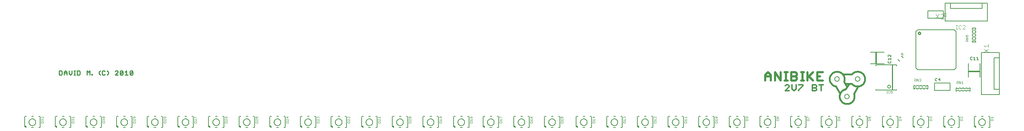
<source format=gto>
G75*
G70*
%OFA0B0*%
%FSLAX24Y24*%
%IPPOS*%
%LPD*%
%AMOC8*
5,1,8,0,0,1.08239X$1,22.5*
%
%ADD10C,0.0200*%
%ADD11C,0.0130*%
%ADD12C,0.0100*%
%ADD13C,0.0060*%
%ADD14C,0.0080*%
%ADD15R,0.1100X0.0148*%
%ADD16R,0.0148X0.1100*%
%ADD17C,0.0050*%
%ADD18C,0.0020*%
%ADD19C,0.0040*%
%ADD20C,0.0030*%
%ADD21C,0.0160*%
%ADD22C,0.0010*%
D10*
X071165Y008926D02*
X071165Y009460D01*
X071432Y009727D01*
X071699Y009460D01*
X071699Y008926D01*
X072086Y008926D02*
X072086Y009727D01*
X072620Y008926D01*
X072620Y009727D01*
X073007Y009727D02*
X073274Y009727D01*
X073140Y009727D02*
X073140Y008926D01*
X073007Y008926D02*
X073274Y008926D01*
X073621Y008926D02*
X074021Y008926D01*
X074154Y009060D01*
X074154Y009193D01*
X074021Y009327D01*
X073621Y009327D01*
X074021Y009327D02*
X074154Y009460D01*
X074154Y009594D01*
X074021Y009727D01*
X073621Y009727D01*
X073621Y008926D01*
X074541Y008926D02*
X074808Y008926D01*
X074675Y008926D02*
X074675Y009727D01*
X074808Y009727D02*
X074541Y009727D01*
X075155Y009727D02*
X075155Y008926D01*
X075155Y009193D02*
X075689Y009727D01*
X076076Y009727D02*
X076076Y008926D01*
X076610Y008926D01*
X076343Y009327D02*
X076076Y009327D01*
X075689Y008926D02*
X075289Y009327D01*
X076076Y009727D02*
X076610Y009727D01*
X071699Y009327D02*
X071165Y009327D01*
D11*
X073050Y008407D02*
X073145Y008502D01*
X073335Y008502D01*
X073431Y008407D01*
X073431Y008312D01*
X073050Y007931D01*
X073431Y007931D01*
X073695Y008122D02*
X073885Y007931D01*
X074075Y008122D01*
X074075Y008502D01*
X074339Y008502D02*
X074720Y008502D01*
X074720Y008407D01*
X074339Y008027D01*
X074339Y007931D01*
X073695Y008122D02*
X073695Y008502D01*
X075628Y008502D02*
X075914Y008502D01*
X076009Y008407D01*
X076009Y008312D01*
X075914Y008217D01*
X075628Y008217D01*
X075628Y008502D02*
X075628Y007931D01*
X075914Y007931D01*
X076009Y008027D01*
X076009Y008122D01*
X075914Y008217D01*
X076463Y008502D02*
X076463Y007931D01*
X076273Y008502D02*
X076653Y008502D01*
D12*
X083195Y008036D02*
X083195Y010386D01*
X085639Y013421D02*
X085641Y013441D01*
X085646Y013461D01*
X085656Y013479D01*
X085668Y013496D01*
X085683Y013510D01*
X085701Y013520D01*
X085720Y013528D01*
X085740Y013532D01*
X085760Y013532D01*
X085780Y013528D01*
X085799Y013520D01*
X085817Y013510D01*
X085832Y013496D01*
X085844Y013479D01*
X085854Y013461D01*
X085859Y013441D01*
X085861Y013421D01*
X085859Y013401D01*
X085854Y013381D01*
X085844Y013363D01*
X085832Y013346D01*
X085817Y013332D01*
X085799Y013322D01*
X085780Y013314D01*
X085760Y013310D01*
X085740Y013310D01*
X085720Y013314D01*
X085701Y013322D01*
X085683Y013332D01*
X085668Y013346D01*
X085656Y013363D01*
X085646Y013381D01*
X085641Y013401D01*
X085639Y013421D01*
X011277Y009790D02*
X011010Y009523D01*
X011077Y009456D01*
X011210Y009456D01*
X011277Y009523D01*
X011277Y009790D01*
X011210Y009857D01*
X011077Y009857D01*
X011010Y009790D01*
X011010Y009523D01*
X010817Y009456D02*
X010550Y009456D01*
X010683Y009456D02*
X010683Y009857D01*
X010550Y009723D01*
X010356Y009790D02*
X010090Y009523D01*
X010156Y009456D01*
X010290Y009456D01*
X010356Y009523D01*
X010356Y009790D01*
X010290Y009857D01*
X010156Y009857D01*
X010090Y009790D01*
X010090Y009523D01*
X009896Y009456D02*
X009629Y009456D01*
X009896Y009723D01*
X009896Y009790D01*
X009829Y009857D01*
X009696Y009857D01*
X009629Y009790D01*
X008995Y009723D02*
X008862Y009857D01*
X008995Y009723D02*
X008995Y009590D01*
X008862Y009456D01*
X008669Y009523D02*
X008602Y009456D01*
X008468Y009456D01*
X008402Y009523D01*
X008402Y009790D01*
X008468Y009857D01*
X008602Y009857D01*
X008669Y009790D01*
X008228Y009857D02*
X008095Y009723D01*
X008095Y009590D01*
X008228Y009456D01*
X007471Y009456D02*
X007404Y009456D01*
X007404Y009523D01*
X007471Y009523D01*
X007471Y009456D01*
X007211Y009456D02*
X007211Y009857D01*
X007077Y009723D01*
X006944Y009857D01*
X006944Y009456D01*
X006290Y009523D02*
X006290Y009790D01*
X006223Y009857D01*
X006023Y009857D01*
X006023Y009456D01*
X006223Y009456D01*
X006290Y009523D01*
X005850Y009456D02*
X005716Y009456D01*
X005783Y009456D02*
X005783Y009857D01*
X005716Y009857D02*
X005850Y009857D01*
X005523Y009857D02*
X005523Y009590D01*
X005389Y009456D01*
X005256Y009590D01*
X005256Y009857D01*
X005062Y009723D02*
X004929Y009857D01*
X004796Y009723D01*
X004796Y009456D01*
X004796Y009657D02*
X005062Y009657D01*
X005062Y009723D02*
X005062Y009456D01*
X004602Y009523D02*
X004602Y009790D01*
X004535Y009857D01*
X004335Y009857D01*
X004335Y009456D01*
X004535Y009456D01*
X004602Y009523D01*
D13*
X082795Y010640D02*
X082838Y010596D01*
X083012Y010596D01*
X083055Y010640D01*
X083055Y010727D01*
X083012Y010770D01*
X083055Y010891D02*
X083055Y011065D01*
X083055Y010978D02*
X082795Y010978D01*
X082882Y010891D01*
X082838Y010770D02*
X082795Y010727D01*
X082795Y010640D01*
X083710Y010926D02*
X083877Y010759D01*
X084211Y011093D02*
X084044Y011260D01*
X083055Y011186D02*
X082882Y011359D01*
X082838Y011359D01*
X082795Y011316D01*
X082795Y011229D01*
X082838Y011186D01*
X083055Y011186D02*
X083055Y011359D01*
X090591Y011113D02*
X090591Y010940D01*
X090635Y010896D01*
X090721Y010896D01*
X090765Y010940D01*
X090886Y010896D02*
X091059Y010896D01*
X090973Y010896D02*
X090973Y011157D01*
X090886Y011070D01*
X090765Y011113D02*
X090721Y011157D01*
X090635Y011157D01*
X090591Y011113D01*
X091181Y011070D02*
X091267Y011157D01*
X091267Y010896D01*
X091181Y010896D02*
X091354Y010896D01*
X087690Y009127D02*
X087560Y008997D01*
X087733Y008997D01*
X087690Y009127D02*
X087690Y008866D01*
X087439Y008910D02*
X087395Y008866D01*
X087309Y008866D01*
X087265Y008910D01*
X087265Y009083D01*
X087309Y009127D01*
X087395Y009127D01*
X087439Y009083D01*
D14*
X087205Y008686D02*
X087205Y007986D01*
X088665Y007986D01*
X088665Y008686D01*
X087205Y008686D01*
X090395Y009236D02*
X090395Y010536D01*
X091495Y010536D02*
X091495Y009236D01*
X089215Y010114D02*
X089057Y009957D01*
X085593Y009957D01*
X085435Y010114D01*
X085435Y013579D01*
X085593Y013736D01*
X089057Y013736D01*
X089215Y013579D01*
X089215Y010114D01*
X083590Y010328D02*
X083590Y010407D01*
X081622Y010407D01*
X081622Y010328D01*
X081135Y010516D02*
X082435Y010516D01*
X082435Y011616D02*
X081135Y011616D01*
X086555Y014856D02*
X086555Y015556D01*
X088015Y015556D01*
X088015Y014856D01*
X086555Y014856D01*
X083590Y008084D02*
X083590Y008005D01*
X081622Y008005D01*
X081622Y008084D01*
D15*
X090945Y009773D03*
D16*
X081672Y011066D03*
D17*
X001175Y004435D02*
X001057Y004553D01*
X001057Y004572D01*
X001195Y004572D01*
X001195Y004454D01*
X001097Y004553D01*
X001136Y004553D01*
X001156Y004533D01*
X001156Y004553D01*
X001057Y004572D02*
X001057Y005458D01*
X001097Y005498D01*
X001215Y005498D01*
X001726Y005498D02*
X001884Y005498D01*
X002396Y005498D02*
X002474Y005498D01*
X002514Y005458D01*
X002514Y004474D01*
X002474Y004435D01*
X002396Y004435D01*
X001884Y004435D02*
X001687Y004435D01*
X001466Y004946D02*
X001468Y004981D01*
X001474Y005016D01*
X001483Y005050D01*
X001497Y005083D01*
X001513Y005114D01*
X001533Y005143D01*
X001557Y005169D01*
X001583Y005193D01*
X001611Y005214D01*
X001642Y005232D01*
X001674Y005246D01*
X001707Y005256D01*
X001742Y005263D01*
X001777Y005266D01*
X001812Y005265D01*
X001847Y005260D01*
X001882Y005251D01*
X001915Y005239D01*
X001946Y005223D01*
X001976Y005204D01*
X002003Y005181D01*
X002027Y005156D01*
X002049Y005128D01*
X002067Y005098D01*
X002082Y005066D01*
X002094Y005033D01*
X002102Y004999D01*
X002106Y004964D01*
X002106Y004928D01*
X002102Y004893D01*
X002094Y004859D01*
X002082Y004826D01*
X002067Y004794D01*
X002049Y004764D01*
X002027Y004736D01*
X002003Y004711D01*
X001976Y004688D01*
X001946Y004669D01*
X001915Y004653D01*
X001882Y004641D01*
X001847Y004632D01*
X001812Y004627D01*
X001777Y004626D01*
X001742Y004629D01*
X001707Y004636D01*
X001674Y004646D01*
X001642Y004660D01*
X001611Y004678D01*
X001583Y004699D01*
X001557Y004723D01*
X001533Y004749D01*
X001513Y004778D01*
X001497Y004809D01*
X001483Y004842D01*
X001474Y004876D01*
X001468Y004911D01*
X001466Y004946D01*
X003957Y004572D02*
X004095Y004572D01*
X004095Y004454D01*
X003997Y004553D01*
X004036Y004553D01*
X004056Y004533D01*
X004056Y004553D01*
X003957Y004553D02*
X004075Y004435D01*
X003957Y004553D02*
X003957Y004572D01*
X003957Y005458D01*
X003997Y005498D01*
X004115Y005498D01*
X004626Y005498D02*
X004784Y005498D01*
X005296Y005498D02*
X005374Y005498D01*
X005414Y005458D01*
X005414Y004474D01*
X005374Y004435D01*
X005296Y004435D01*
X004784Y004435D02*
X004587Y004435D01*
X006857Y004553D02*
X006975Y004435D01*
X006995Y004454D02*
X006897Y004553D01*
X006936Y004553D01*
X006956Y004533D01*
X006956Y004553D01*
X006995Y004572D02*
X006995Y004454D01*
X006995Y004572D02*
X006857Y004572D01*
X006857Y004553D01*
X006857Y004572D02*
X006857Y005458D01*
X006897Y005498D01*
X007015Y005498D01*
X007526Y005498D02*
X007684Y005498D01*
X008196Y005498D02*
X008274Y005498D01*
X008314Y005458D01*
X008314Y004474D01*
X008274Y004435D01*
X008196Y004435D01*
X007684Y004435D02*
X007487Y004435D01*
X009757Y004553D02*
X009875Y004435D01*
X009895Y004454D02*
X009797Y004553D01*
X009836Y004553D01*
X009856Y004533D01*
X009856Y004553D01*
X009895Y004572D02*
X009895Y004454D01*
X009895Y004572D02*
X009757Y004572D01*
X009757Y004553D01*
X009757Y004572D02*
X009757Y005458D01*
X009797Y005498D01*
X009915Y005498D01*
X010426Y005498D02*
X010584Y005498D01*
X011096Y005498D02*
X011174Y005498D01*
X011214Y005458D01*
X011214Y004474D01*
X011174Y004435D01*
X011096Y004435D01*
X010584Y004435D02*
X010387Y004435D01*
X012657Y004553D02*
X012775Y004435D01*
X012795Y004454D02*
X012697Y004553D01*
X012736Y004553D01*
X012756Y004533D01*
X012756Y004553D01*
X012795Y004572D02*
X012657Y004572D01*
X012657Y004553D01*
X012657Y004572D02*
X012657Y005458D01*
X012697Y005498D01*
X012815Y005498D01*
X013326Y005498D02*
X013484Y005498D01*
X013996Y005498D02*
X014074Y005498D01*
X014114Y005458D01*
X014114Y004474D01*
X014074Y004435D01*
X013996Y004435D01*
X013484Y004435D02*
X013287Y004435D01*
X012795Y004454D02*
X012795Y004572D01*
X013066Y004946D02*
X013068Y004981D01*
X013074Y005016D01*
X013083Y005050D01*
X013097Y005083D01*
X013113Y005114D01*
X013133Y005143D01*
X013157Y005169D01*
X013183Y005193D01*
X013211Y005214D01*
X013242Y005232D01*
X013274Y005246D01*
X013307Y005256D01*
X013342Y005263D01*
X013377Y005266D01*
X013412Y005265D01*
X013447Y005260D01*
X013482Y005251D01*
X013515Y005239D01*
X013546Y005223D01*
X013576Y005204D01*
X013603Y005181D01*
X013627Y005156D01*
X013649Y005128D01*
X013667Y005098D01*
X013682Y005066D01*
X013694Y005033D01*
X013702Y004999D01*
X013706Y004964D01*
X013706Y004928D01*
X013702Y004893D01*
X013694Y004859D01*
X013682Y004826D01*
X013667Y004794D01*
X013649Y004764D01*
X013627Y004736D01*
X013603Y004711D01*
X013576Y004688D01*
X013546Y004669D01*
X013515Y004653D01*
X013482Y004641D01*
X013447Y004632D01*
X013412Y004627D01*
X013377Y004626D01*
X013342Y004629D01*
X013307Y004636D01*
X013274Y004646D01*
X013242Y004660D01*
X013211Y004678D01*
X013183Y004699D01*
X013157Y004723D01*
X013133Y004749D01*
X013113Y004778D01*
X013097Y004809D01*
X013083Y004842D01*
X013074Y004876D01*
X013068Y004911D01*
X013066Y004946D01*
X015557Y004572D02*
X015695Y004572D01*
X015695Y004454D01*
X015597Y004553D01*
X015636Y004553D01*
X015656Y004533D01*
X015656Y004553D01*
X015557Y004553D02*
X015675Y004435D01*
X015557Y004553D02*
X015557Y004572D01*
X015557Y005458D01*
X015597Y005498D01*
X015715Y005498D01*
X016226Y005498D02*
X016384Y005498D01*
X016896Y005498D02*
X016974Y005498D01*
X017014Y005458D01*
X017014Y004474D01*
X016974Y004435D01*
X016896Y004435D01*
X016384Y004435D02*
X016187Y004435D01*
X018457Y004553D02*
X018575Y004435D01*
X018595Y004454D02*
X018497Y004553D01*
X018536Y004553D01*
X018556Y004533D01*
X018556Y004553D01*
X018595Y004572D02*
X018595Y004454D01*
X018595Y004572D02*
X018457Y004572D01*
X018457Y004553D01*
X018457Y004572D02*
X018457Y005458D01*
X018497Y005498D01*
X018615Y005498D01*
X019126Y005498D02*
X019284Y005498D01*
X019796Y005498D02*
X019874Y005498D01*
X019914Y005458D01*
X019914Y004474D01*
X019874Y004435D01*
X019796Y004435D01*
X019284Y004435D02*
X019087Y004435D01*
X021357Y004553D02*
X021475Y004435D01*
X021495Y004454D02*
X021397Y004553D01*
X021436Y004553D01*
X021456Y004533D01*
X021456Y004553D01*
X021495Y004572D02*
X021495Y004454D01*
X021495Y004572D02*
X021357Y004572D01*
X021357Y004553D01*
X021357Y004572D02*
X021357Y005458D01*
X021397Y005498D01*
X021515Y005498D01*
X022026Y005498D02*
X022184Y005498D01*
X022696Y005498D02*
X022774Y005498D01*
X022814Y005458D01*
X022814Y004474D01*
X022774Y004435D01*
X022696Y004435D01*
X022184Y004435D02*
X021987Y004435D01*
X024257Y004553D02*
X024375Y004435D01*
X024395Y004454D02*
X024297Y004553D01*
X024336Y004553D01*
X024356Y004533D01*
X024356Y004553D01*
X024395Y004572D02*
X024395Y004454D01*
X024395Y004572D02*
X024257Y004572D01*
X024257Y004553D01*
X024257Y004572D02*
X024257Y005458D01*
X024297Y005498D01*
X024415Y005498D01*
X024926Y005498D02*
X025084Y005498D01*
X025596Y005498D02*
X025674Y005498D01*
X025714Y005458D01*
X025714Y004474D01*
X025674Y004435D01*
X025596Y004435D01*
X025084Y004435D02*
X024887Y004435D01*
X027157Y004553D02*
X027275Y004435D01*
X027295Y004454D02*
X027197Y004553D01*
X027236Y004553D01*
X027256Y004533D01*
X027256Y004553D01*
X027295Y004572D02*
X027295Y004454D01*
X027295Y004572D02*
X027157Y004572D01*
X027157Y004553D01*
X027157Y004572D02*
X027157Y005458D01*
X027197Y005498D01*
X027315Y005498D01*
X027826Y005498D02*
X027984Y005498D01*
X028496Y005498D02*
X028574Y005498D01*
X028614Y005458D01*
X028614Y004474D01*
X028574Y004435D01*
X028496Y004435D01*
X027984Y004435D02*
X027787Y004435D01*
X030057Y004553D02*
X030175Y004435D01*
X030195Y004454D02*
X030097Y004553D01*
X030136Y004553D01*
X030156Y004533D01*
X030156Y004553D01*
X030195Y004572D02*
X030195Y004454D01*
X030195Y004572D02*
X030057Y004572D01*
X030057Y004553D01*
X030057Y004572D02*
X030057Y005458D01*
X030097Y005498D01*
X030215Y005498D01*
X030726Y005498D02*
X030884Y005498D01*
X031396Y005498D02*
X031474Y005498D01*
X031514Y005458D01*
X031514Y004474D01*
X031474Y004435D01*
X031396Y004435D01*
X030884Y004435D02*
X030687Y004435D01*
X032957Y004553D02*
X033075Y004435D01*
X033095Y004454D02*
X032997Y004553D01*
X033036Y004553D01*
X033056Y004533D01*
X033056Y004553D01*
X033095Y004572D02*
X033095Y004454D01*
X033095Y004572D02*
X032957Y004572D01*
X032957Y004553D01*
X032957Y004572D02*
X032957Y005458D01*
X032997Y005498D01*
X033115Y005498D01*
X033626Y005498D02*
X033784Y005498D01*
X034296Y005498D02*
X034374Y005498D01*
X034414Y005458D01*
X034414Y004474D01*
X034374Y004435D01*
X034296Y004435D01*
X033784Y004435D02*
X033587Y004435D01*
X035857Y004553D02*
X035975Y004435D01*
X035995Y004454D02*
X035897Y004553D01*
X035936Y004553D01*
X035956Y004533D01*
X035956Y004553D01*
X035995Y004572D02*
X035995Y004454D01*
X035995Y004572D02*
X035857Y004572D01*
X035857Y004553D01*
X035857Y004572D02*
X035857Y005458D01*
X035897Y005498D01*
X036015Y005498D01*
X036526Y005498D02*
X036684Y005498D01*
X037196Y005498D02*
X037274Y005498D01*
X037314Y005458D01*
X037314Y004474D01*
X037274Y004435D01*
X037196Y004435D01*
X036684Y004435D02*
X036487Y004435D01*
X038757Y004553D02*
X038875Y004435D01*
X038895Y004454D02*
X038797Y004553D01*
X038836Y004553D01*
X038856Y004533D01*
X038856Y004553D01*
X038895Y004572D02*
X038895Y004454D01*
X038895Y004572D02*
X038757Y004572D01*
X038757Y004553D01*
X038757Y004572D02*
X038757Y005458D01*
X038797Y005498D01*
X038915Y005498D01*
X039426Y005498D02*
X039584Y005498D01*
X040096Y005498D02*
X040174Y005498D01*
X040214Y005458D01*
X040214Y004474D01*
X040174Y004435D01*
X040096Y004435D01*
X039584Y004435D02*
X039387Y004435D01*
X041657Y004553D02*
X041775Y004435D01*
X041795Y004454D02*
X041697Y004553D01*
X041736Y004553D01*
X041756Y004533D01*
X041756Y004553D01*
X041795Y004572D02*
X041795Y004454D01*
X041795Y004572D02*
X041657Y004572D01*
X041657Y004553D01*
X041657Y004572D02*
X041657Y005458D01*
X041697Y005498D01*
X041815Y005498D01*
X042326Y005498D02*
X042484Y005498D01*
X042996Y005498D02*
X043074Y005498D01*
X043114Y005458D01*
X043114Y004474D01*
X043074Y004435D01*
X042996Y004435D01*
X042484Y004435D02*
X042287Y004435D01*
X044457Y004553D02*
X044575Y004435D01*
X044595Y004454D02*
X044497Y004553D01*
X044536Y004553D01*
X044556Y004533D01*
X044556Y004553D01*
X044595Y004572D02*
X044595Y004454D01*
X044595Y004572D02*
X044457Y004572D01*
X044457Y004553D01*
X044457Y004572D02*
X044457Y005458D01*
X044497Y005498D01*
X044615Y005498D01*
X045126Y005498D02*
X045284Y005498D01*
X045796Y005498D02*
X045874Y005498D01*
X045914Y005458D01*
X045914Y004474D01*
X045874Y004435D01*
X045796Y004435D01*
X045284Y004435D02*
X045087Y004435D01*
X044866Y004946D02*
X044868Y004981D01*
X044874Y005016D01*
X044883Y005050D01*
X044897Y005083D01*
X044913Y005114D01*
X044933Y005143D01*
X044957Y005169D01*
X044983Y005193D01*
X045011Y005214D01*
X045042Y005232D01*
X045074Y005246D01*
X045107Y005256D01*
X045142Y005263D01*
X045177Y005266D01*
X045212Y005265D01*
X045247Y005260D01*
X045282Y005251D01*
X045315Y005239D01*
X045346Y005223D01*
X045376Y005204D01*
X045403Y005181D01*
X045427Y005156D01*
X045449Y005128D01*
X045467Y005098D01*
X045482Y005066D01*
X045494Y005033D01*
X045502Y004999D01*
X045506Y004964D01*
X045506Y004928D01*
X045502Y004893D01*
X045494Y004859D01*
X045482Y004826D01*
X045467Y004794D01*
X045449Y004764D01*
X045427Y004736D01*
X045403Y004711D01*
X045376Y004688D01*
X045346Y004669D01*
X045315Y004653D01*
X045282Y004641D01*
X045247Y004632D01*
X045212Y004627D01*
X045177Y004626D01*
X045142Y004629D01*
X045107Y004636D01*
X045074Y004646D01*
X045042Y004660D01*
X045011Y004678D01*
X044983Y004699D01*
X044957Y004723D01*
X044933Y004749D01*
X044913Y004778D01*
X044897Y004809D01*
X044883Y004842D01*
X044874Y004876D01*
X044868Y004911D01*
X044866Y004946D01*
X042066Y004946D02*
X042068Y004981D01*
X042074Y005016D01*
X042083Y005050D01*
X042097Y005083D01*
X042113Y005114D01*
X042133Y005143D01*
X042157Y005169D01*
X042183Y005193D01*
X042211Y005214D01*
X042242Y005232D01*
X042274Y005246D01*
X042307Y005256D01*
X042342Y005263D01*
X042377Y005266D01*
X042412Y005265D01*
X042447Y005260D01*
X042482Y005251D01*
X042515Y005239D01*
X042546Y005223D01*
X042576Y005204D01*
X042603Y005181D01*
X042627Y005156D01*
X042649Y005128D01*
X042667Y005098D01*
X042682Y005066D01*
X042694Y005033D01*
X042702Y004999D01*
X042706Y004964D01*
X042706Y004928D01*
X042702Y004893D01*
X042694Y004859D01*
X042682Y004826D01*
X042667Y004794D01*
X042649Y004764D01*
X042627Y004736D01*
X042603Y004711D01*
X042576Y004688D01*
X042546Y004669D01*
X042515Y004653D01*
X042482Y004641D01*
X042447Y004632D01*
X042412Y004627D01*
X042377Y004626D01*
X042342Y004629D01*
X042307Y004636D01*
X042274Y004646D01*
X042242Y004660D01*
X042211Y004678D01*
X042183Y004699D01*
X042157Y004723D01*
X042133Y004749D01*
X042113Y004778D01*
X042097Y004809D01*
X042083Y004842D01*
X042074Y004876D01*
X042068Y004911D01*
X042066Y004946D01*
X039166Y004946D02*
X039168Y004981D01*
X039174Y005016D01*
X039183Y005050D01*
X039197Y005083D01*
X039213Y005114D01*
X039233Y005143D01*
X039257Y005169D01*
X039283Y005193D01*
X039311Y005214D01*
X039342Y005232D01*
X039374Y005246D01*
X039407Y005256D01*
X039442Y005263D01*
X039477Y005266D01*
X039512Y005265D01*
X039547Y005260D01*
X039582Y005251D01*
X039615Y005239D01*
X039646Y005223D01*
X039676Y005204D01*
X039703Y005181D01*
X039727Y005156D01*
X039749Y005128D01*
X039767Y005098D01*
X039782Y005066D01*
X039794Y005033D01*
X039802Y004999D01*
X039806Y004964D01*
X039806Y004928D01*
X039802Y004893D01*
X039794Y004859D01*
X039782Y004826D01*
X039767Y004794D01*
X039749Y004764D01*
X039727Y004736D01*
X039703Y004711D01*
X039676Y004688D01*
X039646Y004669D01*
X039615Y004653D01*
X039582Y004641D01*
X039547Y004632D01*
X039512Y004627D01*
X039477Y004626D01*
X039442Y004629D01*
X039407Y004636D01*
X039374Y004646D01*
X039342Y004660D01*
X039311Y004678D01*
X039283Y004699D01*
X039257Y004723D01*
X039233Y004749D01*
X039213Y004778D01*
X039197Y004809D01*
X039183Y004842D01*
X039174Y004876D01*
X039168Y004911D01*
X039166Y004946D01*
X036266Y004946D02*
X036268Y004981D01*
X036274Y005016D01*
X036283Y005050D01*
X036297Y005083D01*
X036313Y005114D01*
X036333Y005143D01*
X036357Y005169D01*
X036383Y005193D01*
X036411Y005214D01*
X036442Y005232D01*
X036474Y005246D01*
X036507Y005256D01*
X036542Y005263D01*
X036577Y005266D01*
X036612Y005265D01*
X036647Y005260D01*
X036682Y005251D01*
X036715Y005239D01*
X036746Y005223D01*
X036776Y005204D01*
X036803Y005181D01*
X036827Y005156D01*
X036849Y005128D01*
X036867Y005098D01*
X036882Y005066D01*
X036894Y005033D01*
X036902Y004999D01*
X036906Y004964D01*
X036906Y004928D01*
X036902Y004893D01*
X036894Y004859D01*
X036882Y004826D01*
X036867Y004794D01*
X036849Y004764D01*
X036827Y004736D01*
X036803Y004711D01*
X036776Y004688D01*
X036746Y004669D01*
X036715Y004653D01*
X036682Y004641D01*
X036647Y004632D01*
X036612Y004627D01*
X036577Y004626D01*
X036542Y004629D01*
X036507Y004636D01*
X036474Y004646D01*
X036442Y004660D01*
X036411Y004678D01*
X036383Y004699D01*
X036357Y004723D01*
X036333Y004749D01*
X036313Y004778D01*
X036297Y004809D01*
X036283Y004842D01*
X036274Y004876D01*
X036268Y004911D01*
X036266Y004946D01*
X033366Y004946D02*
X033368Y004981D01*
X033374Y005016D01*
X033383Y005050D01*
X033397Y005083D01*
X033413Y005114D01*
X033433Y005143D01*
X033457Y005169D01*
X033483Y005193D01*
X033511Y005214D01*
X033542Y005232D01*
X033574Y005246D01*
X033607Y005256D01*
X033642Y005263D01*
X033677Y005266D01*
X033712Y005265D01*
X033747Y005260D01*
X033782Y005251D01*
X033815Y005239D01*
X033846Y005223D01*
X033876Y005204D01*
X033903Y005181D01*
X033927Y005156D01*
X033949Y005128D01*
X033967Y005098D01*
X033982Y005066D01*
X033994Y005033D01*
X034002Y004999D01*
X034006Y004964D01*
X034006Y004928D01*
X034002Y004893D01*
X033994Y004859D01*
X033982Y004826D01*
X033967Y004794D01*
X033949Y004764D01*
X033927Y004736D01*
X033903Y004711D01*
X033876Y004688D01*
X033846Y004669D01*
X033815Y004653D01*
X033782Y004641D01*
X033747Y004632D01*
X033712Y004627D01*
X033677Y004626D01*
X033642Y004629D01*
X033607Y004636D01*
X033574Y004646D01*
X033542Y004660D01*
X033511Y004678D01*
X033483Y004699D01*
X033457Y004723D01*
X033433Y004749D01*
X033413Y004778D01*
X033397Y004809D01*
X033383Y004842D01*
X033374Y004876D01*
X033368Y004911D01*
X033366Y004946D01*
X030466Y004946D02*
X030468Y004981D01*
X030474Y005016D01*
X030483Y005050D01*
X030497Y005083D01*
X030513Y005114D01*
X030533Y005143D01*
X030557Y005169D01*
X030583Y005193D01*
X030611Y005214D01*
X030642Y005232D01*
X030674Y005246D01*
X030707Y005256D01*
X030742Y005263D01*
X030777Y005266D01*
X030812Y005265D01*
X030847Y005260D01*
X030882Y005251D01*
X030915Y005239D01*
X030946Y005223D01*
X030976Y005204D01*
X031003Y005181D01*
X031027Y005156D01*
X031049Y005128D01*
X031067Y005098D01*
X031082Y005066D01*
X031094Y005033D01*
X031102Y004999D01*
X031106Y004964D01*
X031106Y004928D01*
X031102Y004893D01*
X031094Y004859D01*
X031082Y004826D01*
X031067Y004794D01*
X031049Y004764D01*
X031027Y004736D01*
X031003Y004711D01*
X030976Y004688D01*
X030946Y004669D01*
X030915Y004653D01*
X030882Y004641D01*
X030847Y004632D01*
X030812Y004627D01*
X030777Y004626D01*
X030742Y004629D01*
X030707Y004636D01*
X030674Y004646D01*
X030642Y004660D01*
X030611Y004678D01*
X030583Y004699D01*
X030557Y004723D01*
X030533Y004749D01*
X030513Y004778D01*
X030497Y004809D01*
X030483Y004842D01*
X030474Y004876D01*
X030468Y004911D01*
X030466Y004946D01*
X027566Y004946D02*
X027568Y004981D01*
X027574Y005016D01*
X027583Y005050D01*
X027597Y005083D01*
X027613Y005114D01*
X027633Y005143D01*
X027657Y005169D01*
X027683Y005193D01*
X027711Y005214D01*
X027742Y005232D01*
X027774Y005246D01*
X027807Y005256D01*
X027842Y005263D01*
X027877Y005266D01*
X027912Y005265D01*
X027947Y005260D01*
X027982Y005251D01*
X028015Y005239D01*
X028046Y005223D01*
X028076Y005204D01*
X028103Y005181D01*
X028127Y005156D01*
X028149Y005128D01*
X028167Y005098D01*
X028182Y005066D01*
X028194Y005033D01*
X028202Y004999D01*
X028206Y004964D01*
X028206Y004928D01*
X028202Y004893D01*
X028194Y004859D01*
X028182Y004826D01*
X028167Y004794D01*
X028149Y004764D01*
X028127Y004736D01*
X028103Y004711D01*
X028076Y004688D01*
X028046Y004669D01*
X028015Y004653D01*
X027982Y004641D01*
X027947Y004632D01*
X027912Y004627D01*
X027877Y004626D01*
X027842Y004629D01*
X027807Y004636D01*
X027774Y004646D01*
X027742Y004660D01*
X027711Y004678D01*
X027683Y004699D01*
X027657Y004723D01*
X027633Y004749D01*
X027613Y004778D01*
X027597Y004809D01*
X027583Y004842D01*
X027574Y004876D01*
X027568Y004911D01*
X027566Y004946D01*
X024666Y004946D02*
X024668Y004981D01*
X024674Y005016D01*
X024683Y005050D01*
X024697Y005083D01*
X024713Y005114D01*
X024733Y005143D01*
X024757Y005169D01*
X024783Y005193D01*
X024811Y005214D01*
X024842Y005232D01*
X024874Y005246D01*
X024907Y005256D01*
X024942Y005263D01*
X024977Y005266D01*
X025012Y005265D01*
X025047Y005260D01*
X025082Y005251D01*
X025115Y005239D01*
X025146Y005223D01*
X025176Y005204D01*
X025203Y005181D01*
X025227Y005156D01*
X025249Y005128D01*
X025267Y005098D01*
X025282Y005066D01*
X025294Y005033D01*
X025302Y004999D01*
X025306Y004964D01*
X025306Y004928D01*
X025302Y004893D01*
X025294Y004859D01*
X025282Y004826D01*
X025267Y004794D01*
X025249Y004764D01*
X025227Y004736D01*
X025203Y004711D01*
X025176Y004688D01*
X025146Y004669D01*
X025115Y004653D01*
X025082Y004641D01*
X025047Y004632D01*
X025012Y004627D01*
X024977Y004626D01*
X024942Y004629D01*
X024907Y004636D01*
X024874Y004646D01*
X024842Y004660D01*
X024811Y004678D01*
X024783Y004699D01*
X024757Y004723D01*
X024733Y004749D01*
X024713Y004778D01*
X024697Y004809D01*
X024683Y004842D01*
X024674Y004876D01*
X024668Y004911D01*
X024666Y004946D01*
X021766Y004946D02*
X021768Y004981D01*
X021774Y005016D01*
X021783Y005050D01*
X021797Y005083D01*
X021813Y005114D01*
X021833Y005143D01*
X021857Y005169D01*
X021883Y005193D01*
X021911Y005214D01*
X021942Y005232D01*
X021974Y005246D01*
X022007Y005256D01*
X022042Y005263D01*
X022077Y005266D01*
X022112Y005265D01*
X022147Y005260D01*
X022182Y005251D01*
X022215Y005239D01*
X022246Y005223D01*
X022276Y005204D01*
X022303Y005181D01*
X022327Y005156D01*
X022349Y005128D01*
X022367Y005098D01*
X022382Y005066D01*
X022394Y005033D01*
X022402Y004999D01*
X022406Y004964D01*
X022406Y004928D01*
X022402Y004893D01*
X022394Y004859D01*
X022382Y004826D01*
X022367Y004794D01*
X022349Y004764D01*
X022327Y004736D01*
X022303Y004711D01*
X022276Y004688D01*
X022246Y004669D01*
X022215Y004653D01*
X022182Y004641D01*
X022147Y004632D01*
X022112Y004627D01*
X022077Y004626D01*
X022042Y004629D01*
X022007Y004636D01*
X021974Y004646D01*
X021942Y004660D01*
X021911Y004678D01*
X021883Y004699D01*
X021857Y004723D01*
X021833Y004749D01*
X021813Y004778D01*
X021797Y004809D01*
X021783Y004842D01*
X021774Y004876D01*
X021768Y004911D01*
X021766Y004946D01*
X018866Y004946D02*
X018868Y004981D01*
X018874Y005016D01*
X018883Y005050D01*
X018897Y005083D01*
X018913Y005114D01*
X018933Y005143D01*
X018957Y005169D01*
X018983Y005193D01*
X019011Y005214D01*
X019042Y005232D01*
X019074Y005246D01*
X019107Y005256D01*
X019142Y005263D01*
X019177Y005266D01*
X019212Y005265D01*
X019247Y005260D01*
X019282Y005251D01*
X019315Y005239D01*
X019346Y005223D01*
X019376Y005204D01*
X019403Y005181D01*
X019427Y005156D01*
X019449Y005128D01*
X019467Y005098D01*
X019482Y005066D01*
X019494Y005033D01*
X019502Y004999D01*
X019506Y004964D01*
X019506Y004928D01*
X019502Y004893D01*
X019494Y004859D01*
X019482Y004826D01*
X019467Y004794D01*
X019449Y004764D01*
X019427Y004736D01*
X019403Y004711D01*
X019376Y004688D01*
X019346Y004669D01*
X019315Y004653D01*
X019282Y004641D01*
X019247Y004632D01*
X019212Y004627D01*
X019177Y004626D01*
X019142Y004629D01*
X019107Y004636D01*
X019074Y004646D01*
X019042Y004660D01*
X019011Y004678D01*
X018983Y004699D01*
X018957Y004723D01*
X018933Y004749D01*
X018913Y004778D01*
X018897Y004809D01*
X018883Y004842D01*
X018874Y004876D01*
X018868Y004911D01*
X018866Y004946D01*
X015966Y004946D02*
X015968Y004981D01*
X015974Y005016D01*
X015983Y005050D01*
X015997Y005083D01*
X016013Y005114D01*
X016033Y005143D01*
X016057Y005169D01*
X016083Y005193D01*
X016111Y005214D01*
X016142Y005232D01*
X016174Y005246D01*
X016207Y005256D01*
X016242Y005263D01*
X016277Y005266D01*
X016312Y005265D01*
X016347Y005260D01*
X016382Y005251D01*
X016415Y005239D01*
X016446Y005223D01*
X016476Y005204D01*
X016503Y005181D01*
X016527Y005156D01*
X016549Y005128D01*
X016567Y005098D01*
X016582Y005066D01*
X016594Y005033D01*
X016602Y004999D01*
X016606Y004964D01*
X016606Y004928D01*
X016602Y004893D01*
X016594Y004859D01*
X016582Y004826D01*
X016567Y004794D01*
X016549Y004764D01*
X016527Y004736D01*
X016503Y004711D01*
X016476Y004688D01*
X016446Y004669D01*
X016415Y004653D01*
X016382Y004641D01*
X016347Y004632D01*
X016312Y004627D01*
X016277Y004626D01*
X016242Y004629D01*
X016207Y004636D01*
X016174Y004646D01*
X016142Y004660D01*
X016111Y004678D01*
X016083Y004699D01*
X016057Y004723D01*
X016033Y004749D01*
X016013Y004778D01*
X015997Y004809D01*
X015983Y004842D01*
X015974Y004876D01*
X015968Y004911D01*
X015966Y004946D01*
X010166Y004946D02*
X010168Y004981D01*
X010174Y005016D01*
X010183Y005050D01*
X010197Y005083D01*
X010213Y005114D01*
X010233Y005143D01*
X010257Y005169D01*
X010283Y005193D01*
X010311Y005214D01*
X010342Y005232D01*
X010374Y005246D01*
X010407Y005256D01*
X010442Y005263D01*
X010477Y005266D01*
X010512Y005265D01*
X010547Y005260D01*
X010582Y005251D01*
X010615Y005239D01*
X010646Y005223D01*
X010676Y005204D01*
X010703Y005181D01*
X010727Y005156D01*
X010749Y005128D01*
X010767Y005098D01*
X010782Y005066D01*
X010794Y005033D01*
X010802Y004999D01*
X010806Y004964D01*
X010806Y004928D01*
X010802Y004893D01*
X010794Y004859D01*
X010782Y004826D01*
X010767Y004794D01*
X010749Y004764D01*
X010727Y004736D01*
X010703Y004711D01*
X010676Y004688D01*
X010646Y004669D01*
X010615Y004653D01*
X010582Y004641D01*
X010547Y004632D01*
X010512Y004627D01*
X010477Y004626D01*
X010442Y004629D01*
X010407Y004636D01*
X010374Y004646D01*
X010342Y004660D01*
X010311Y004678D01*
X010283Y004699D01*
X010257Y004723D01*
X010233Y004749D01*
X010213Y004778D01*
X010197Y004809D01*
X010183Y004842D01*
X010174Y004876D01*
X010168Y004911D01*
X010166Y004946D01*
X007266Y004946D02*
X007268Y004981D01*
X007274Y005016D01*
X007283Y005050D01*
X007297Y005083D01*
X007313Y005114D01*
X007333Y005143D01*
X007357Y005169D01*
X007383Y005193D01*
X007411Y005214D01*
X007442Y005232D01*
X007474Y005246D01*
X007507Y005256D01*
X007542Y005263D01*
X007577Y005266D01*
X007612Y005265D01*
X007647Y005260D01*
X007682Y005251D01*
X007715Y005239D01*
X007746Y005223D01*
X007776Y005204D01*
X007803Y005181D01*
X007827Y005156D01*
X007849Y005128D01*
X007867Y005098D01*
X007882Y005066D01*
X007894Y005033D01*
X007902Y004999D01*
X007906Y004964D01*
X007906Y004928D01*
X007902Y004893D01*
X007894Y004859D01*
X007882Y004826D01*
X007867Y004794D01*
X007849Y004764D01*
X007827Y004736D01*
X007803Y004711D01*
X007776Y004688D01*
X007746Y004669D01*
X007715Y004653D01*
X007682Y004641D01*
X007647Y004632D01*
X007612Y004627D01*
X007577Y004626D01*
X007542Y004629D01*
X007507Y004636D01*
X007474Y004646D01*
X007442Y004660D01*
X007411Y004678D01*
X007383Y004699D01*
X007357Y004723D01*
X007333Y004749D01*
X007313Y004778D01*
X007297Y004809D01*
X007283Y004842D01*
X007274Y004876D01*
X007268Y004911D01*
X007266Y004946D01*
X004366Y004946D02*
X004368Y004981D01*
X004374Y005016D01*
X004383Y005050D01*
X004397Y005083D01*
X004413Y005114D01*
X004433Y005143D01*
X004457Y005169D01*
X004483Y005193D01*
X004511Y005214D01*
X004542Y005232D01*
X004574Y005246D01*
X004607Y005256D01*
X004642Y005263D01*
X004677Y005266D01*
X004712Y005265D01*
X004747Y005260D01*
X004782Y005251D01*
X004815Y005239D01*
X004846Y005223D01*
X004876Y005204D01*
X004903Y005181D01*
X004927Y005156D01*
X004949Y005128D01*
X004967Y005098D01*
X004982Y005066D01*
X004994Y005033D01*
X005002Y004999D01*
X005006Y004964D01*
X005006Y004928D01*
X005002Y004893D01*
X004994Y004859D01*
X004982Y004826D01*
X004967Y004794D01*
X004949Y004764D01*
X004927Y004736D01*
X004903Y004711D01*
X004876Y004688D01*
X004846Y004669D01*
X004815Y004653D01*
X004782Y004641D01*
X004747Y004632D01*
X004712Y004627D01*
X004677Y004626D01*
X004642Y004629D01*
X004607Y004636D01*
X004574Y004646D01*
X004542Y004660D01*
X004511Y004678D01*
X004483Y004699D01*
X004457Y004723D01*
X004433Y004749D01*
X004413Y004778D01*
X004397Y004809D01*
X004383Y004842D01*
X004374Y004876D01*
X004368Y004911D01*
X004366Y004946D01*
X047357Y004572D02*
X047495Y004572D01*
X047495Y004454D01*
X047397Y004553D01*
X047436Y004553D01*
X047456Y004533D01*
X047456Y004553D01*
X047357Y004553D02*
X047475Y004435D01*
X047357Y004553D02*
X047357Y004572D01*
X047357Y005458D01*
X047397Y005498D01*
X047515Y005498D01*
X048026Y005498D02*
X048184Y005498D01*
X048696Y005498D02*
X048774Y005498D01*
X048814Y005458D01*
X048814Y004474D01*
X048774Y004435D01*
X048696Y004435D01*
X048184Y004435D02*
X047987Y004435D01*
X047766Y004946D02*
X047768Y004981D01*
X047774Y005016D01*
X047783Y005050D01*
X047797Y005083D01*
X047813Y005114D01*
X047833Y005143D01*
X047857Y005169D01*
X047883Y005193D01*
X047911Y005214D01*
X047942Y005232D01*
X047974Y005246D01*
X048007Y005256D01*
X048042Y005263D01*
X048077Y005266D01*
X048112Y005265D01*
X048147Y005260D01*
X048182Y005251D01*
X048215Y005239D01*
X048246Y005223D01*
X048276Y005204D01*
X048303Y005181D01*
X048327Y005156D01*
X048349Y005128D01*
X048367Y005098D01*
X048382Y005066D01*
X048394Y005033D01*
X048402Y004999D01*
X048406Y004964D01*
X048406Y004928D01*
X048402Y004893D01*
X048394Y004859D01*
X048382Y004826D01*
X048367Y004794D01*
X048349Y004764D01*
X048327Y004736D01*
X048303Y004711D01*
X048276Y004688D01*
X048246Y004669D01*
X048215Y004653D01*
X048182Y004641D01*
X048147Y004632D01*
X048112Y004627D01*
X048077Y004626D01*
X048042Y004629D01*
X048007Y004636D01*
X047974Y004646D01*
X047942Y004660D01*
X047911Y004678D01*
X047883Y004699D01*
X047857Y004723D01*
X047833Y004749D01*
X047813Y004778D01*
X047797Y004809D01*
X047783Y004842D01*
X047774Y004876D01*
X047768Y004911D01*
X047766Y004946D01*
X050257Y004572D02*
X050395Y004572D01*
X050395Y004454D01*
X050297Y004553D01*
X050336Y004553D01*
X050356Y004533D01*
X050356Y004553D01*
X050257Y004553D02*
X050375Y004435D01*
X050257Y004553D02*
X050257Y004572D01*
X050257Y005458D01*
X050297Y005498D01*
X050415Y005498D01*
X050926Y005498D02*
X051084Y005498D01*
X051596Y005498D02*
X051674Y005498D01*
X051714Y005458D01*
X051714Y004474D01*
X051674Y004435D01*
X051596Y004435D01*
X051084Y004435D02*
X050887Y004435D01*
X050666Y004946D02*
X050668Y004981D01*
X050674Y005016D01*
X050683Y005050D01*
X050697Y005083D01*
X050713Y005114D01*
X050733Y005143D01*
X050757Y005169D01*
X050783Y005193D01*
X050811Y005214D01*
X050842Y005232D01*
X050874Y005246D01*
X050907Y005256D01*
X050942Y005263D01*
X050977Y005266D01*
X051012Y005265D01*
X051047Y005260D01*
X051082Y005251D01*
X051115Y005239D01*
X051146Y005223D01*
X051176Y005204D01*
X051203Y005181D01*
X051227Y005156D01*
X051249Y005128D01*
X051267Y005098D01*
X051282Y005066D01*
X051294Y005033D01*
X051302Y004999D01*
X051306Y004964D01*
X051306Y004928D01*
X051302Y004893D01*
X051294Y004859D01*
X051282Y004826D01*
X051267Y004794D01*
X051249Y004764D01*
X051227Y004736D01*
X051203Y004711D01*
X051176Y004688D01*
X051146Y004669D01*
X051115Y004653D01*
X051082Y004641D01*
X051047Y004632D01*
X051012Y004627D01*
X050977Y004626D01*
X050942Y004629D01*
X050907Y004636D01*
X050874Y004646D01*
X050842Y004660D01*
X050811Y004678D01*
X050783Y004699D01*
X050757Y004723D01*
X050733Y004749D01*
X050713Y004778D01*
X050697Y004809D01*
X050683Y004842D01*
X050674Y004876D01*
X050668Y004911D01*
X050666Y004946D01*
X053257Y004572D02*
X053395Y004572D01*
X053395Y004454D01*
X053297Y004553D01*
X053336Y004553D01*
X053356Y004533D01*
X053356Y004553D01*
X053257Y004553D02*
X053375Y004435D01*
X053257Y004553D02*
X053257Y004572D01*
X053257Y005458D01*
X053297Y005498D01*
X053415Y005498D01*
X053926Y005498D02*
X054084Y005498D01*
X054596Y005498D02*
X054674Y005498D01*
X054714Y005458D01*
X054714Y004474D01*
X054674Y004435D01*
X054596Y004435D01*
X054084Y004435D02*
X053887Y004435D01*
X053666Y004946D02*
X053668Y004981D01*
X053674Y005016D01*
X053683Y005050D01*
X053697Y005083D01*
X053713Y005114D01*
X053733Y005143D01*
X053757Y005169D01*
X053783Y005193D01*
X053811Y005214D01*
X053842Y005232D01*
X053874Y005246D01*
X053907Y005256D01*
X053942Y005263D01*
X053977Y005266D01*
X054012Y005265D01*
X054047Y005260D01*
X054082Y005251D01*
X054115Y005239D01*
X054146Y005223D01*
X054176Y005204D01*
X054203Y005181D01*
X054227Y005156D01*
X054249Y005128D01*
X054267Y005098D01*
X054282Y005066D01*
X054294Y005033D01*
X054302Y004999D01*
X054306Y004964D01*
X054306Y004928D01*
X054302Y004893D01*
X054294Y004859D01*
X054282Y004826D01*
X054267Y004794D01*
X054249Y004764D01*
X054227Y004736D01*
X054203Y004711D01*
X054176Y004688D01*
X054146Y004669D01*
X054115Y004653D01*
X054082Y004641D01*
X054047Y004632D01*
X054012Y004627D01*
X053977Y004626D01*
X053942Y004629D01*
X053907Y004636D01*
X053874Y004646D01*
X053842Y004660D01*
X053811Y004678D01*
X053783Y004699D01*
X053757Y004723D01*
X053733Y004749D01*
X053713Y004778D01*
X053697Y004809D01*
X053683Y004842D01*
X053674Y004876D01*
X053668Y004911D01*
X053666Y004946D01*
X056157Y004572D02*
X056295Y004572D01*
X056295Y004454D01*
X056197Y004553D01*
X056236Y004553D01*
X056256Y004533D01*
X056256Y004553D01*
X056157Y004553D02*
X056275Y004435D01*
X056157Y004553D02*
X056157Y004572D01*
X056157Y005458D01*
X056197Y005498D01*
X056315Y005498D01*
X056826Y005498D02*
X056984Y005498D01*
X057496Y005498D02*
X057574Y005498D01*
X057614Y005458D01*
X057614Y004474D01*
X057574Y004435D01*
X057496Y004435D01*
X056984Y004435D02*
X056787Y004435D01*
X056566Y004946D02*
X056568Y004981D01*
X056574Y005016D01*
X056583Y005050D01*
X056597Y005083D01*
X056613Y005114D01*
X056633Y005143D01*
X056657Y005169D01*
X056683Y005193D01*
X056711Y005214D01*
X056742Y005232D01*
X056774Y005246D01*
X056807Y005256D01*
X056842Y005263D01*
X056877Y005266D01*
X056912Y005265D01*
X056947Y005260D01*
X056982Y005251D01*
X057015Y005239D01*
X057046Y005223D01*
X057076Y005204D01*
X057103Y005181D01*
X057127Y005156D01*
X057149Y005128D01*
X057167Y005098D01*
X057182Y005066D01*
X057194Y005033D01*
X057202Y004999D01*
X057206Y004964D01*
X057206Y004928D01*
X057202Y004893D01*
X057194Y004859D01*
X057182Y004826D01*
X057167Y004794D01*
X057149Y004764D01*
X057127Y004736D01*
X057103Y004711D01*
X057076Y004688D01*
X057046Y004669D01*
X057015Y004653D01*
X056982Y004641D01*
X056947Y004632D01*
X056912Y004627D01*
X056877Y004626D01*
X056842Y004629D01*
X056807Y004636D01*
X056774Y004646D01*
X056742Y004660D01*
X056711Y004678D01*
X056683Y004699D01*
X056657Y004723D01*
X056633Y004749D01*
X056613Y004778D01*
X056597Y004809D01*
X056583Y004842D01*
X056574Y004876D01*
X056568Y004911D01*
X056566Y004946D01*
X059057Y004572D02*
X059195Y004572D01*
X059195Y004454D01*
X059097Y004553D01*
X059136Y004553D01*
X059156Y004533D01*
X059156Y004553D01*
X059057Y004553D02*
X059175Y004435D01*
X059057Y004553D02*
X059057Y004572D01*
X059057Y005458D01*
X059097Y005498D01*
X059215Y005498D01*
X059726Y005498D02*
X059884Y005498D01*
X060396Y005498D02*
X060474Y005498D01*
X060514Y005458D01*
X060514Y004474D01*
X060474Y004435D01*
X060396Y004435D01*
X059884Y004435D02*
X059687Y004435D01*
X059466Y004946D02*
X059468Y004981D01*
X059474Y005016D01*
X059483Y005050D01*
X059497Y005083D01*
X059513Y005114D01*
X059533Y005143D01*
X059557Y005169D01*
X059583Y005193D01*
X059611Y005214D01*
X059642Y005232D01*
X059674Y005246D01*
X059707Y005256D01*
X059742Y005263D01*
X059777Y005266D01*
X059812Y005265D01*
X059847Y005260D01*
X059882Y005251D01*
X059915Y005239D01*
X059946Y005223D01*
X059976Y005204D01*
X060003Y005181D01*
X060027Y005156D01*
X060049Y005128D01*
X060067Y005098D01*
X060082Y005066D01*
X060094Y005033D01*
X060102Y004999D01*
X060106Y004964D01*
X060106Y004928D01*
X060102Y004893D01*
X060094Y004859D01*
X060082Y004826D01*
X060067Y004794D01*
X060049Y004764D01*
X060027Y004736D01*
X060003Y004711D01*
X059976Y004688D01*
X059946Y004669D01*
X059915Y004653D01*
X059882Y004641D01*
X059847Y004632D01*
X059812Y004627D01*
X059777Y004626D01*
X059742Y004629D01*
X059707Y004636D01*
X059674Y004646D01*
X059642Y004660D01*
X059611Y004678D01*
X059583Y004699D01*
X059557Y004723D01*
X059533Y004749D01*
X059513Y004778D01*
X059497Y004809D01*
X059483Y004842D01*
X059474Y004876D01*
X059468Y004911D01*
X059466Y004946D01*
X061957Y004572D02*
X062095Y004572D01*
X062095Y004454D01*
X061997Y004553D01*
X062036Y004553D01*
X062056Y004533D01*
X062056Y004553D01*
X061957Y004553D02*
X062075Y004435D01*
X061957Y004553D02*
X061957Y004572D01*
X061957Y005458D01*
X061997Y005498D01*
X062115Y005498D01*
X062626Y005498D02*
X062784Y005498D01*
X063296Y005498D02*
X063374Y005498D01*
X063414Y005458D01*
X063414Y004474D01*
X063374Y004435D01*
X063296Y004435D01*
X062784Y004435D02*
X062587Y004435D01*
X064857Y004553D02*
X064975Y004435D01*
X064995Y004454D02*
X064897Y004553D01*
X064936Y004553D01*
X064956Y004533D01*
X064956Y004553D01*
X064995Y004572D02*
X064995Y004454D01*
X064995Y004572D02*
X064857Y004572D01*
X064857Y004553D01*
X064857Y004572D02*
X064857Y005458D01*
X064897Y005498D01*
X065015Y005498D01*
X065526Y005498D02*
X065684Y005498D01*
X066196Y005498D02*
X066274Y005498D01*
X066314Y005458D01*
X066314Y004474D01*
X066274Y004435D01*
X066196Y004435D01*
X065684Y004435D02*
X065487Y004435D01*
X067757Y004553D02*
X067875Y004435D01*
X067895Y004454D02*
X067797Y004553D01*
X067836Y004553D01*
X067856Y004533D01*
X067856Y004553D01*
X067895Y004572D02*
X067895Y004454D01*
X067895Y004572D02*
X067757Y004572D01*
X067757Y004553D01*
X067757Y004572D02*
X067757Y005458D01*
X067797Y005498D01*
X067915Y005498D01*
X068426Y005498D02*
X068584Y005498D01*
X069096Y005498D02*
X069174Y005498D01*
X069214Y005458D01*
X069214Y004474D01*
X069174Y004435D01*
X069096Y004435D01*
X068584Y004435D02*
X068387Y004435D01*
X070657Y004563D02*
X070775Y004445D01*
X070795Y004464D02*
X070697Y004563D01*
X070736Y004563D01*
X070756Y004543D01*
X070756Y004563D01*
X070795Y004582D02*
X070795Y004464D01*
X070795Y004582D02*
X070657Y004582D01*
X070657Y004563D01*
X070657Y004582D02*
X070657Y005468D01*
X070697Y005508D01*
X070815Y005508D01*
X071326Y005508D02*
X071484Y005508D01*
X071996Y005508D02*
X072074Y005508D01*
X072114Y005468D01*
X072114Y004484D01*
X072074Y004445D01*
X071996Y004445D01*
X071484Y004445D02*
X071287Y004445D01*
X073557Y004553D02*
X073675Y004435D01*
X073695Y004454D02*
X073597Y004553D01*
X073636Y004553D01*
X073656Y004533D01*
X073656Y004553D01*
X073695Y004572D02*
X073695Y004454D01*
X073695Y004572D02*
X073557Y004572D01*
X073557Y004553D01*
X073557Y004572D02*
X073557Y005458D01*
X073597Y005498D01*
X073715Y005498D01*
X074226Y005498D02*
X074384Y005498D01*
X074896Y005498D02*
X074974Y005498D01*
X075014Y005458D01*
X075014Y004474D01*
X074974Y004435D01*
X074896Y004435D01*
X074384Y004435D02*
X074187Y004435D01*
X076457Y004553D02*
X076575Y004435D01*
X076595Y004454D02*
X076497Y004553D01*
X076536Y004553D01*
X076556Y004533D01*
X076556Y004553D01*
X076595Y004572D02*
X076595Y004454D01*
X076595Y004572D02*
X076457Y004572D01*
X076457Y004553D01*
X076457Y004572D02*
X076457Y005458D01*
X076497Y005498D01*
X076615Y005498D01*
X077126Y005498D02*
X077284Y005498D01*
X077796Y005498D02*
X077874Y005498D01*
X077914Y005458D01*
X077914Y004474D01*
X077874Y004435D01*
X077796Y004435D01*
X077284Y004435D02*
X077087Y004435D01*
X079357Y004553D02*
X079475Y004435D01*
X079495Y004454D02*
X079397Y004553D01*
X079436Y004553D01*
X079456Y004533D01*
X079456Y004553D01*
X079495Y004572D02*
X079495Y004454D01*
X079495Y004572D02*
X079357Y004572D01*
X079357Y004553D01*
X079357Y004572D02*
X079357Y005458D01*
X079397Y005498D01*
X079515Y005498D01*
X080026Y005498D02*
X080184Y005498D01*
X080696Y005498D02*
X080774Y005498D01*
X080814Y005458D01*
X080814Y004474D01*
X080774Y004435D01*
X080696Y004435D01*
X080184Y004435D02*
X079987Y004435D01*
X082257Y004553D02*
X082375Y004435D01*
X082395Y004454D02*
X082297Y004553D01*
X082336Y004553D01*
X082356Y004533D01*
X082356Y004553D01*
X082395Y004572D02*
X082395Y004454D01*
X082395Y004572D02*
X082257Y004572D01*
X082257Y004553D01*
X082257Y004572D02*
X082257Y005458D01*
X082297Y005498D01*
X082415Y005498D01*
X082926Y005498D02*
X083084Y005498D01*
X083596Y005498D02*
X083674Y005498D01*
X083714Y005458D01*
X083714Y004474D01*
X083674Y004435D01*
X083596Y004435D01*
X083084Y004435D02*
X082887Y004435D01*
X085157Y004553D02*
X085275Y004435D01*
X085295Y004454D02*
X085197Y004553D01*
X085236Y004553D01*
X085256Y004533D01*
X085256Y004553D01*
X085295Y004572D02*
X085295Y004454D01*
X085295Y004572D02*
X085157Y004572D01*
X085157Y004553D01*
X085157Y004572D02*
X085157Y005458D01*
X085197Y005498D01*
X085315Y005498D01*
X085826Y005498D02*
X085984Y005498D01*
X086496Y005498D02*
X086574Y005498D01*
X086614Y005458D01*
X086614Y004474D01*
X086574Y004435D01*
X086496Y004435D01*
X085984Y004435D02*
X085787Y004435D01*
X088057Y004553D02*
X088175Y004435D01*
X088195Y004454D02*
X088097Y004553D01*
X088136Y004553D01*
X088156Y004533D01*
X088156Y004553D01*
X088195Y004572D02*
X088195Y004454D01*
X088195Y004572D02*
X088057Y004572D01*
X088057Y004553D01*
X088057Y004572D02*
X088057Y005458D01*
X088097Y005498D01*
X088215Y005498D01*
X088726Y005498D02*
X088884Y005498D01*
X089396Y005498D02*
X089474Y005498D01*
X089514Y005458D01*
X089514Y004474D01*
X089474Y004435D01*
X089396Y004435D01*
X088884Y004435D02*
X088687Y004435D01*
X090957Y004553D02*
X091075Y004435D01*
X091095Y004454D02*
X090997Y004553D01*
X091036Y004553D01*
X091056Y004533D01*
X091056Y004553D01*
X091095Y004572D02*
X091095Y004454D01*
X091095Y004572D02*
X090957Y004572D01*
X090957Y004553D01*
X090957Y004572D02*
X090957Y005458D01*
X090997Y005498D01*
X091115Y005498D01*
X091626Y005498D02*
X091784Y005498D01*
X092296Y005498D02*
X092374Y005498D01*
X092414Y005458D01*
X092414Y004474D01*
X092374Y004435D01*
X092296Y004435D01*
X091784Y004435D02*
X091587Y004435D01*
X091366Y004946D02*
X091368Y004981D01*
X091374Y005016D01*
X091383Y005050D01*
X091397Y005083D01*
X091413Y005114D01*
X091433Y005143D01*
X091457Y005169D01*
X091483Y005193D01*
X091511Y005214D01*
X091542Y005232D01*
X091574Y005246D01*
X091607Y005256D01*
X091642Y005263D01*
X091677Y005266D01*
X091712Y005265D01*
X091747Y005260D01*
X091782Y005251D01*
X091815Y005239D01*
X091846Y005223D01*
X091876Y005204D01*
X091903Y005181D01*
X091927Y005156D01*
X091949Y005128D01*
X091967Y005098D01*
X091982Y005066D01*
X091994Y005033D01*
X092002Y004999D01*
X092006Y004964D01*
X092006Y004928D01*
X092002Y004893D01*
X091994Y004859D01*
X091982Y004826D01*
X091967Y004794D01*
X091949Y004764D01*
X091927Y004736D01*
X091903Y004711D01*
X091876Y004688D01*
X091846Y004669D01*
X091815Y004653D01*
X091782Y004641D01*
X091747Y004632D01*
X091712Y004627D01*
X091677Y004626D01*
X091642Y004629D01*
X091607Y004636D01*
X091574Y004646D01*
X091542Y004660D01*
X091511Y004678D01*
X091483Y004699D01*
X091457Y004723D01*
X091433Y004749D01*
X091413Y004778D01*
X091397Y004809D01*
X091383Y004842D01*
X091374Y004876D01*
X091368Y004911D01*
X091366Y004946D01*
X088466Y004946D02*
X088468Y004981D01*
X088474Y005016D01*
X088483Y005050D01*
X088497Y005083D01*
X088513Y005114D01*
X088533Y005143D01*
X088557Y005169D01*
X088583Y005193D01*
X088611Y005214D01*
X088642Y005232D01*
X088674Y005246D01*
X088707Y005256D01*
X088742Y005263D01*
X088777Y005266D01*
X088812Y005265D01*
X088847Y005260D01*
X088882Y005251D01*
X088915Y005239D01*
X088946Y005223D01*
X088976Y005204D01*
X089003Y005181D01*
X089027Y005156D01*
X089049Y005128D01*
X089067Y005098D01*
X089082Y005066D01*
X089094Y005033D01*
X089102Y004999D01*
X089106Y004964D01*
X089106Y004928D01*
X089102Y004893D01*
X089094Y004859D01*
X089082Y004826D01*
X089067Y004794D01*
X089049Y004764D01*
X089027Y004736D01*
X089003Y004711D01*
X088976Y004688D01*
X088946Y004669D01*
X088915Y004653D01*
X088882Y004641D01*
X088847Y004632D01*
X088812Y004627D01*
X088777Y004626D01*
X088742Y004629D01*
X088707Y004636D01*
X088674Y004646D01*
X088642Y004660D01*
X088611Y004678D01*
X088583Y004699D01*
X088557Y004723D01*
X088533Y004749D01*
X088513Y004778D01*
X088497Y004809D01*
X088483Y004842D01*
X088474Y004876D01*
X088468Y004911D01*
X088466Y004946D01*
X085566Y004946D02*
X085568Y004981D01*
X085574Y005016D01*
X085583Y005050D01*
X085597Y005083D01*
X085613Y005114D01*
X085633Y005143D01*
X085657Y005169D01*
X085683Y005193D01*
X085711Y005214D01*
X085742Y005232D01*
X085774Y005246D01*
X085807Y005256D01*
X085842Y005263D01*
X085877Y005266D01*
X085912Y005265D01*
X085947Y005260D01*
X085982Y005251D01*
X086015Y005239D01*
X086046Y005223D01*
X086076Y005204D01*
X086103Y005181D01*
X086127Y005156D01*
X086149Y005128D01*
X086167Y005098D01*
X086182Y005066D01*
X086194Y005033D01*
X086202Y004999D01*
X086206Y004964D01*
X086206Y004928D01*
X086202Y004893D01*
X086194Y004859D01*
X086182Y004826D01*
X086167Y004794D01*
X086149Y004764D01*
X086127Y004736D01*
X086103Y004711D01*
X086076Y004688D01*
X086046Y004669D01*
X086015Y004653D01*
X085982Y004641D01*
X085947Y004632D01*
X085912Y004627D01*
X085877Y004626D01*
X085842Y004629D01*
X085807Y004636D01*
X085774Y004646D01*
X085742Y004660D01*
X085711Y004678D01*
X085683Y004699D01*
X085657Y004723D01*
X085633Y004749D01*
X085613Y004778D01*
X085597Y004809D01*
X085583Y004842D01*
X085574Y004876D01*
X085568Y004911D01*
X085566Y004946D01*
X082666Y004946D02*
X082668Y004981D01*
X082674Y005016D01*
X082683Y005050D01*
X082697Y005083D01*
X082713Y005114D01*
X082733Y005143D01*
X082757Y005169D01*
X082783Y005193D01*
X082811Y005214D01*
X082842Y005232D01*
X082874Y005246D01*
X082907Y005256D01*
X082942Y005263D01*
X082977Y005266D01*
X083012Y005265D01*
X083047Y005260D01*
X083082Y005251D01*
X083115Y005239D01*
X083146Y005223D01*
X083176Y005204D01*
X083203Y005181D01*
X083227Y005156D01*
X083249Y005128D01*
X083267Y005098D01*
X083282Y005066D01*
X083294Y005033D01*
X083302Y004999D01*
X083306Y004964D01*
X083306Y004928D01*
X083302Y004893D01*
X083294Y004859D01*
X083282Y004826D01*
X083267Y004794D01*
X083249Y004764D01*
X083227Y004736D01*
X083203Y004711D01*
X083176Y004688D01*
X083146Y004669D01*
X083115Y004653D01*
X083082Y004641D01*
X083047Y004632D01*
X083012Y004627D01*
X082977Y004626D01*
X082942Y004629D01*
X082907Y004636D01*
X082874Y004646D01*
X082842Y004660D01*
X082811Y004678D01*
X082783Y004699D01*
X082757Y004723D01*
X082733Y004749D01*
X082713Y004778D01*
X082697Y004809D01*
X082683Y004842D01*
X082674Y004876D01*
X082668Y004911D01*
X082666Y004946D01*
X079766Y004946D02*
X079768Y004981D01*
X079774Y005016D01*
X079783Y005050D01*
X079797Y005083D01*
X079813Y005114D01*
X079833Y005143D01*
X079857Y005169D01*
X079883Y005193D01*
X079911Y005214D01*
X079942Y005232D01*
X079974Y005246D01*
X080007Y005256D01*
X080042Y005263D01*
X080077Y005266D01*
X080112Y005265D01*
X080147Y005260D01*
X080182Y005251D01*
X080215Y005239D01*
X080246Y005223D01*
X080276Y005204D01*
X080303Y005181D01*
X080327Y005156D01*
X080349Y005128D01*
X080367Y005098D01*
X080382Y005066D01*
X080394Y005033D01*
X080402Y004999D01*
X080406Y004964D01*
X080406Y004928D01*
X080402Y004893D01*
X080394Y004859D01*
X080382Y004826D01*
X080367Y004794D01*
X080349Y004764D01*
X080327Y004736D01*
X080303Y004711D01*
X080276Y004688D01*
X080246Y004669D01*
X080215Y004653D01*
X080182Y004641D01*
X080147Y004632D01*
X080112Y004627D01*
X080077Y004626D01*
X080042Y004629D01*
X080007Y004636D01*
X079974Y004646D01*
X079942Y004660D01*
X079911Y004678D01*
X079883Y004699D01*
X079857Y004723D01*
X079833Y004749D01*
X079813Y004778D01*
X079797Y004809D01*
X079783Y004842D01*
X079774Y004876D01*
X079768Y004911D01*
X079766Y004946D01*
X076866Y004946D02*
X076868Y004981D01*
X076874Y005016D01*
X076883Y005050D01*
X076897Y005083D01*
X076913Y005114D01*
X076933Y005143D01*
X076957Y005169D01*
X076983Y005193D01*
X077011Y005214D01*
X077042Y005232D01*
X077074Y005246D01*
X077107Y005256D01*
X077142Y005263D01*
X077177Y005266D01*
X077212Y005265D01*
X077247Y005260D01*
X077282Y005251D01*
X077315Y005239D01*
X077346Y005223D01*
X077376Y005204D01*
X077403Y005181D01*
X077427Y005156D01*
X077449Y005128D01*
X077467Y005098D01*
X077482Y005066D01*
X077494Y005033D01*
X077502Y004999D01*
X077506Y004964D01*
X077506Y004928D01*
X077502Y004893D01*
X077494Y004859D01*
X077482Y004826D01*
X077467Y004794D01*
X077449Y004764D01*
X077427Y004736D01*
X077403Y004711D01*
X077376Y004688D01*
X077346Y004669D01*
X077315Y004653D01*
X077282Y004641D01*
X077247Y004632D01*
X077212Y004627D01*
X077177Y004626D01*
X077142Y004629D01*
X077107Y004636D01*
X077074Y004646D01*
X077042Y004660D01*
X077011Y004678D01*
X076983Y004699D01*
X076957Y004723D01*
X076933Y004749D01*
X076913Y004778D01*
X076897Y004809D01*
X076883Y004842D01*
X076874Y004876D01*
X076868Y004911D01*
X076866Y004946D01*
X073966Y004946D02*
X073968Y004981D01*
X073974Y005016D01*
X073983Y005050D01*
X073997Y005083D01*
X074013Y005114D01*
X074033Y005143D01*
X074057Y005169D01*
X074083Y005193D01*
X074111Y005214D01*
X074142Y005232D01*
X074174Y005246D01*
X074207Y005256D01*
X074242Y005263D01*
X074277Y005266D01*
X074312Y005265D01*
X074347Y005260D01*
X074382Y005251D01*
X074415Y005239D01*
X074446Y005223D01*
X074476Y005204D01*
X074503Y005181D01*
X074527Y005156D01*
X074549Y005128D01*
X074567Y005098D01*
X074582Y005066D01*
X074594Y005033D01*
X074602Y004999D01*
X074606Y004964D01*
X074606Y004928D01*
X074602Y004893D01*
X074594Y004859D01*
X074582Y004826D01*
X074567Y004794D01*
X074549Y004764D01*
X074527Y004736D01*
X074503Y004711D01*
X074476Y004688D01*
X074446Y004669D01*
X074415Y004653D01*
X074382Y004641D01*
X074347Y004632D01*
X074312Y004627D01*
X074277Y004626D01*
X074242Y004629D01*
X074207Y004636D01*
X074174Y004646D01*
X074142Y004660D01*
X074111Y004678D01*
X074083Y004699D01*
X074057Y004723D01*
X074033Y004749D01*
X074013Y004778D01*
X073997Y004809D01*
X073983Y004842D01*
X073974Y004876D01*
X073968Y004911D01*
X073966Y004946D01*
X071066Y004956D02*
X071068Y004991D01*
X071074Y005026D01*
X071083Y005060D01*
X071097Y005093D01*
X071113Y005124D01*
X071133Y005153D01*
X071157Y005179D01*
X071183Y005203D01*
X071211Y005224D01*
X071242Y005242D01*
X071274Y005256D01*
X071307Y005266D01*
X071342Y005273D01*
X071377Y005276D01*
X071412Y005275D01*
X071447Y005270D01*
X071482Y005261D01*
X071515Y005249D01*
X071546Y005233D01*
X071576Y005214D01*
X071603Y005191D01*
X071627Y005166D01*
X071649Y005138D01*
X071667Y005108D01*
X071682Y005076D01*
X071694Y005043D01*
X071702Y005009D01*
X071706Y004974D01*
X071706Y004938D01*
X071702Y004903D01*
X071694Y004869D01*
X071682Y004836D01*
X071667Y004804D01*
X071649Y004774D01*
X071627Y004746D01*
X071603Y004721D01*
X071576Y004698D01*
X071546Y004679D01*
X071515Y004663D01*
X071482Y004651D01*
X071447Y004642D01*
X071412Y004637D01*
X071377Y004636D01*
X071342Y004639D01*
X071307Y004646D01*
X071274Y004656D01*
X071242Y004670D01*
X071211Y004688D01*
X071183Y004709D01*
X071157Y004733D01*
X071133Y004759D01*
X071113Y004788D01*
X071097Y004819D01*
X071083Y004852D01*
X071074Y004886D01*
X071068Y004921D01*
X071066Y004956D01*
X068166Y004946D02*
X068168Y004981D01*
X068174Y005016D01*
X068183Y005050D01*
X068197Y005083D01*
X068213Y005114D01*
X068233Y005143D01*
X068257Y005169D01*
X068283Y005193D01*
X068311Y005214D01*
X068342Y005232D01*
X068374Y005246D01*
X068407Y005256D01*
X068442Y005263D01*
X068477Y005266D01*
X068512Y005265D01*
X068547Y005260D01*
X068582Y005251D01*
X068615Y005239D01*
X068646Y005223D01*
X068676Y005204D01*
X068703Y005181D01*
X068727Y005156D01*
X068749Y005128D01*
X068767Y005098D01*
X068782Y005066D01*
X068794Y005033D01*
X068802Y004999D01*
X068806Y004964D01*
X068806Y004928D01*
X068802Y004893D01*
X068794Y004859D01*
X068782Y004826D01*
X068767Y004794D01*
X068749Y004764D01*
X068727Y004736D01*
X068703Y004711D01*
X068676Y004688D01*
X068646Y004669D01*
X068615Y004653D01*
X068582Y004641D01*
X068547Y004632D01*
X068512Y004627D01*
X068477Y004626D01*
X068442Y004629D01*
X068407Y004636D01*
X068374Y004646D01*
X068342Y004660D01*
X068311Y004678D01*
X068283Y004699D01*
X068257Y004723D01*
X068233Y004749D01*
X068213Y004778D01*
X068197Y004809D01*
X068183Y004842D01*
X068174Y004876D01*
X068168Y004911D01*
X068166Y004946D01*
X065266Y004946D02*
X065268Y004981D01*
X065274Y005016D01*
X065283Y005050D01*
X065297Y005083D01*
X065313Y005114D01*
X065333Y005143D01*
X065357Y005169D01*
X065383Y005193D01*
X065411Y005214D01*
X065442Y005232D01*
X065474Y005246D01*
X065507Y005256D01*
X065542Y005263D01*
X065577Y005266D01*
X065612Y005265D01*
X065647Y005260D01*
X065682Y005251D01*
X065715Y005239D01*
X065746Y005223D01*
X065776Y005204D01*
X065803Y005181D01*
X065827Y005156D01*
X065849Y005128D01*
X065867Y005098D01*
X065882Y005066D01*
X065894Y005033D01*
X065902Y004999D01*
X065906Y004964D01*
X065906Y004928D01*
X065902Y004893D01*
X065894Y004859D01*
X065882Y004826D01*
X065867Y004794D01*
X065849Y004764D01*
X065827Y004736D01*
X065803Y004711D01*
X065776Y004688D01*
X065746Y004669D01*
X065715Y004653D01*
X065682Y004641D01*
X065647Y004632D01*
X065612Y004627D01*
X065577Y004626D01*
X065542Y004629D01*
X065507Y004636D01*
X065474Y004646D01*
X065442Y004660D01*
X065411Y004678D01*
X065383Y004699D01*
X065357Y004723D01*
X065333Y004749D01*
X065313Y004778D01*
X065297Y004809D01*
X065283Y004842D01*
X065274Y004876D01*
X065268Y004911D01*
X065266Y004946D01*
X062366Y004946D02*
X062368Y004981D01*
X062374Y005016D01*
X062383Y005050D01*
X062397Y005083D01*
X062413Y005114D01*
X062433Y005143D01*
X062457Y005169D01*
X062483Y005193D01*
X062511Y005214D01*
X062542Y005232D01*
X062574Y005246D01*
X062607Y005256D01*
X062642Y005263D01*
X062677Y005266D01*
X062712Y005265D01*
X062747Y005260D01*
X062782Y005251D01*
X062815Y005239D01*
X062846Y005223D01*
X062876Y005204D01*
X062903Y005181D01*
X062927Y005156D01*
X062949Y005128D01*
X062967Y005098D01*
X062982Y005066D01*
X062994Y005033D01*
X063002Y004999D01*
X063006Y004964D01*
X063006Y004928D01*
X063002Y004893D01*
X062994Y004859D01*
X062982Y004826D01*
X062967Y004794D01*
X062949Y004764D01*
X062927Y004736D01*
X062903Y004711D01*
X062876Y004688D01*
X062846Y004669D01*
X062815Y004653D01*
X062782Y004641D01*
X062747Y004632D01*
X062712Y004627D01*
X062677Y004626D01*
X062642Y004629D01*
X062607Y004636D01*
X062574Y004646D01*
X062542Y004660D01*
X062511Y004678D01*
X062483Y004699D01*
X062457Y004723D01*
X062433Y004749D01*
X062413Y004778D01*
X062397Y004809D01*
X062383Y004842D01*
X062374Y004876D01*
X062368Y004911D01*
X062366Y004946D01*
X078681Y007393D02*
X078683Y007422D01*
X078689Y007450D01*
X078698Y007477D01*
X078711Y007503D01*
X078727Y007526D01*
X078747Y007548D01*
X078768Y007566D01*
X078793Y007582D01*
X078819Y007594D01*
X078846Y007602D01*
X078874Y007607D01*
X078903Y007608D01*
X078932Y007605D01*
X078960Y007598D01*
X078987Y007588D01*
X079012Y007574D01*
X079035Y007557D01*
X079055Y007537D01*
X079073Y007515D01*
X079088Y007490D01*
X079099Y007464D01*
X079107Y007436D01*
X079111Y007407D01*
X079111Y007379D01*
X079107Y007350D01*
X079099Y007322D01*
X079088Y007296D01*
X079073Y007271D01*
X079055Y007249D01*
X079035Y007229D01*
X079012Y007212D01*
X078987Y007198D01*
X078960Y007188D01*
X078932Y007181D01*
X078903Y007178D01*
X078874Y007179D01*
X078846Y007184D01*
X078819Y007192D01*
X078793Y007204D01*
X078768Y007220D01*
X078747Y007238D01*
X078727Y007260D01*
X078711Y007283D01*
X078698Y007309D01*
X078689Y007336D01*
X078683Y007364D01*
X078681Y007393D01*
X082754Y008336D02*
X082756Y008359D01*
X082762Y008382D01*
X082771Y008403D01*
X082784Y008423D01*
X082800Y008440D01*
X082818Y008454D01*
X082838Y008465D01*
X082860Y008473D01*
X082883Y008477D01*
X082907Y008477D01*
X082930Y008473D01*
X082952Y008465D01*
X082972Y008454D01*
X082990Y008440D01*
X083006Y008423D01*
X083019Y008403D01*
X083028Y008382D01*
X083034Y008359D01*
X083036Y008336D01*
X083034Y008313D01*
X083028Y008290D01*
X083019Y008269D01*
X083006Y008249D01*
X082990Y008232D01*
X082972Y008218D01*
X082952Y008207D01*
X082930Y008199D01*
X082907Y008195D01*
X082883Y008195D01*
X082860Y008199D01*
X082838Y008207D01*
X082818Y008218D01*
X082800Y008232D01*
X082784Y008249D01*
X082771Y008269D01*
X082762Y008290D01*
X082756Y008313D01*
X082754Y008336D01*
X085216Y008444D02*
X085216Y008129D01*
X085295Y008129D01*
X085373Y008208D01*
X085452Y008208D01*
X085531Y008129D01*
X085610Y008129D01*
X085688Y008208D01*
X085767Y008208D01*
X085846Y008129D01*
X085925Y008129D01*
X086003Y008208D01*
X086082Y008208D01*
X086161Y008129D01*
X086240Y008129D01*
X086318Y008208D01*
X086397Y008208D01*
X086476Y008129D01*
X086554Y008129D01*
X086554Y008444D01*
X086476Y008444D01*
X086397Y008365D01*
X086318Y008365D01*
X086240Y008444D01*
X086161Y008444D01*
X086082Y008365D01*
X086003Y008365D01*
X085925Y008444D01*
X085846Y008444D01*
X085767Y008365D01*
X085688Y008365D01*
X085610Y008444D01*
X085531Y008444D01*
X085452Y008365D01*
X085373Y008365D01*
X085295Y008444D01*
X085216Y008444D01*
X089216Y008224D02*
X089216Y007909D01*
X089295Y007909D01*
X089373Y007988D01*
X089452Y007988D01*
X089531Y007909D01*
X089610Y007909D01*
X089688Y007988D01*
X089767Y007988D01*
X089846Y007909D01*
X089925Y007909D01*
X090003Y007988D01*
X090082Y007988D01*
X090161Y007909D01*
X090240Y007909D01*
X090318Y007988D01*
X090397Y007988D01*
X090476Y007909D01*
X090554Y007909D01*
X090554Y008224D01*
X090476Y008224D01*
X090397Y008145D01*
X090318Y008145D01*
X090240Y008224D01*
X090161Y008224D01*
X090082Y008145D01*
X090003Y008145D01*
X089925Y008224D01*
X089846Y008224D01*
X089767Y008145D01*
X089688Y008145D01*
X089610Y008224D01*
X089531Y008224D01*
X089452Y008145D01*
X089373Y008145D01*
X089295Y008224D01*
X089216Y008224D01*
X091625Y007586D02*
X091625Y011586D01*
X093325Y011586D01*
X093325Y011086D01*
X092825Y011086D01*
X092825Y008086D01*
X093325Y008086D01*
X093325Y007586D01*
X091625Y007586D01*
X093325Y008086D02*
X093325Y011086D01*
X091083Y012567D02*
X091083Y012646D01*
X091004Y012725D01*
X091004Y012803D01*
X091083Y012882D01*
X091083Y012961D01*
X091004Y013040D01*
X091004Y013118D01*
X091083Y013197D01*
X091083Y013276D01*
X091004Y013355D01*
X091004Y013433D01*
X091083Y013512D01*
X091083Y013591D01*
X091004Y013670D01*
X091004Y013748D01*
X091083Y013827D01*
X091083Y013906D01*
X090768Y013906D01*
X090768Y013827D01*
X090846Y013748D01*
X090846Y013670D01*
X090768Y013591D01*
X090768Y013512D01*
X090846Y013433D01*
X090846Y013355D01*
X090768Y013276D01*
X090768Y013197D01*
X090846Y013118D01*
X090846Y013040D01*
X090768Y012961D01*
X090768Y012882D01*
X090846Y012803D01*
X090846Y012725D01*
X090768Y012646D01*
X090768Y012567D01*
X091083Y012567D01*
X092205Y014566D02*
X088205Y014566D01*
X088205Y016266D01*
X088705Y016266D01*
X088705Y015766D01*
X091705Y015766D01*
X091705Y016266D01*
X092205Y016266D01*
X092205Y014566D01*
X091705Y016266D02*
X088705Y016266D01*
X079690Y009066D02*
X079692Y009095D01*
X079698Y009123D01*
X079707Y009150D01*
X079720Y009176D01*
X079736Y009199D01*
X079756Y009221D01*
X079777Y009239D01*
X079802Y009255D01*
X079828Y009267D01*
X079855Y009275D01*
X079883Y009280D01*
X079912Y009281D01*
X079941Y009278D01*
X079969Y009271D01*
X079996Y009261D01*
X080021Y009247D01*
X080044Y009230D01*
X080064Y009210D01*
X080082Y009188D01*
X080097Y009163D01*
X080108Y009137D01*
X080116Y009109D01*
X080120Y009080D01*
X080120Y009052D01*
X080116Y009023D01*
X080108Y008995D01*
X080097Y008969D01*
X080082Y008944D01*
X080064Y008922D01*
X080044Y008902D01*
X080021Y008885D01*
X079996Y008871D01*
X079969Y008861D01*
X079941Y008854D01*
X079912Y008851D01*
X079883Y008852D01*
X079855Y008857D01*
X079828Y008865D01*
X079802Y008877D01*
X079777Y008893D01*
X079756Y008911D01*
X079736Y008933D01*
X079720Y008956D01*
X079707Y008982D01*
X079698Y009009D01*
X079692Y009037D01*
X079690Y009066D01*
X077739Y009067D02*
X077741Y009096D01*
X077747Y009124D01*
X077756Y009151D01*
X077769Y009177D01*
X077785Y009200D01*
X077805Y009222D01*
X077826Y009240D01*
X077851Y009256D01*
X077877Y009268D01*
X077904Y009276D01*
X077932Y009281D01*
X077961Y009282D01*
X077990Y009279D01*
X078018Y009272D01*
X078045Y009262D01*
X078070Y009248D01*
X078093Y009231D01*
X078113Y009211D01*
X078131Y009189D01*
X078146Y009164D01*
X078157Y009138D01*
X078165Y009110D01*
X078169Y009081D01*
X078169Y009053D01*
X078165Y009024D01*
X078157Y008996D01*
X078146Y008970D01*
X078131Y008945D01*
X078113Y008923D01*
X078093Y008903D01*
X078070Y008886D01*
X078045Y008872D01*
X078018Y008862D01*
X077990Y008855D01*
X077961Y008852D01*
X077932Y008853D01*
X077904Y008858D01*
X077877Y008866D01*
X077851Y008878D01*
X077826Y008894D01*
X077805Y008912D01*
X077785Y008934D01*
X077769Y008957D01*
X077756Y008983D01*
X077747Y009010D01*
X077741Y009038D01*
X077739Y009067D01*
D18*
X082666Y007927D02*
X082739Y007927D01*
X082703Y007927D02*
X082703Y007706D01*
X082739Y007706D02*
X082666Y007706D01*
X082813Y007743D02*
X082850Y007706D01*
X082923Y007706D01*
X082960Y007743D01*
X083034Y007743D02*
X083071Y007706D01*
X083144Y007706D01*
X083181Y007743D01*
X083181Y007817D01*
X083144Y007853D01*
X083108Y007853D01*
X083034Y007817D01*
X083034Y007927D01*
X083181Y007927D01*
X082960Y007890D02*
X082923Y007927D01*
X082850Y007927D01*
X082813Y007890D01*
X082813Y007743D01*
X085305Y008849D02*
X085305Y009069D01*
X085415Y009069D01*
X085451Y009032D01*
X085451Y008959D01*
X085415Y008922D01*
X085305Y008922D01*
X085378Y008922D02*
X085451Y008849D01*
X085526Y008849D02*
X085526Y009069D01*
X085672Y008849D01*
X085672Y009069D01*
X085747Y009032D02*
X085783Y009069D01*
X085857Y009069D01*
X085893Y009032D01*
X085893Y008996D01*
X085857Y008959D01*
X085893Y008922D01*
X085893Y008886D01*
X085857Y008849D01*
X085783Y008849D01*
X085747Y008886D01*
X085820Y008959D02*
X085857Y008959D01*
X089305Y008849D02*
X089305Y008629D01*
X089305Y008702D02*
X089415Y008702D01*
X089451Y008739D01*
X089451Y008812D01*
X089415Y008849D01*
X089305Y008849D01*
X089378Y008702D02*
X089451Y008629D01*
X089526Y008629D02*
X089526Y008849D01*
X089672Y008629D01*
X089672Y008849D01*
X089747Y008776D02*
X089820Y008849D01*
X089820Y008629D01*
X089747Y008629D02*
X089893Y008629D01*
X089835Y005482D02*
X089835Y005335D01*
X089688Y005482D01*
X089652Y005482D01*
X089615Y005446D01*
X089615Y005372D01*
X089652Y005335D01*
X089652Y005261D02*
X089615Y005225D01*
X089615Y005114D01*
X089835Y005114D01*
X089835Y005225D01*
X089799Y005261D01*
X089652Y005261D01*
X086935Y005225D02*
X086899Y005261D01*
X086752Y005261D01*
X086715Y005225D01*
X086715Y005114D01*
X086935Y005114D01*
X086935Y005225D01*
X086899Y005335D02*
X086935Y005372D01*
X086935Y005446D01*
X086899Y005482D01*
X086862Y005482D01*
X086825Y005446D01*
X086825Y005409D01*
X086825Y005446D02*
X086788Y005482D01*
X086752Y005482D01*
X086715Y005446D01*
X086715Y005372D01*
X086752Y005335D01*
X084035Y005225D02*
X083999Y005261D01*
X083852Y005261D01*
X083815Y005225D01*
X083815Y005114D01*
X084035Y005114D01*
X084035Y005225D01*
X083925Y005335D02*
X083925Y005482D01*
X083815Y005446D02*
X083925Y005335D01*
X084035Y005446D02*
X083815Y005446D01*
X081135Y005446D02*
X081135Y005372D01*
X081099Y005335D01*
X081099Y005261D02*
X080952Y005261D01*
X080915Y005225D01*
X080915Y005114D01*
X081135Y005114D01*
X081135Y005225D01*
X081099Y005261D01*
X081025Y005335D02*
X080988Y005409D01*
X080988Y005446D01*
X081025Y005482D01*
X081099Y005482D01*
X081135Y005446D01*
X081025Y005335D02*
X080915Y005335D01*
X080915Y005482D01*
X078235Y005446D02*
X078199Y005482D01*
X078162Y005482D01*
X078125Y005446D01*
X078125Y005335D01*
X078199Y005335D01*
X078235Y005372D01*
X078235Y005446D01*
X078125Y005335D02*
X078052Y005409D01*
X078015Y005482D01*
X078052Y005261D02*
X078015Y005225D01*
X078015Y005114D01*
X078235Y005114D01*
X078235Y005225D01*
X078199Y005261D01*
X078052Y005261D01*
X075335Y005225D02*
X075299Y005261D01*
X075152Y005261D01*
X075115Y005225D01*
X075115Y005114D01*
X075335Y005114D01*
X075335Y005225D01*
X075335Y005335D02*
X075299Y005335D01*
X075152Y005482D01*
X075115Y005482D01*
X075115Y005335D01*
X072435Y005382D02*
X072399Y005345D01*
X072362Y005345D01*
X072325Y005382D01*
X072325Y005456D01*
X072362Y005492D01*
X072399Y005492D01*
X072435Y005456D01*
X072435Y005382D01*
X072325Y005382D02*
X072288Y005345D01*
X072252Y005345D01*
X072215Y005382D01*
X072215Y005456D01*
X072252Y005492D01*
X072288Y005492D01*
X072325Y005456D01*
X072252Y005271D02*
X072215Y005235D01*
X072215Y005124D01*
X072435Y005124D01*
X072435Y005235D01*
X072399Y005271D01*
X072252Y005271D01*
X069535Y005225D02*
X069499Y005261D01*
X069352Y005261D01*
X069315Y005225D01*
X069315Y005114D01*
X069535Y005114D01*
X069535Y005225D01*
X069499Y005335D02*
X069535Y005372D01*
X069535Y005446D01*
X069499Y005482D01*
X069352Y005482D01*
X069315Y005446D01*
X069315Y005372D01*
X069352Y005335D01*
X069388Y005335D01*
X069425Y005372D01*
X069425Y005482D01*
X066635Y005446D02*
X066635Y005372D01*
X066599Y005335D01*
X066452Y005482D01*
X066599Y005482D01*
X066635Y005446D01*
X066599Y005335D02*
X066452Y005335D01*
X066415Y005372D01*
X066415Y005446D01*
X066452Y005482D01*
X066635Y005261D02*
X066635Y005114D01*
X066635Y005188D02*
X066415Y005188D01*
X066488Y005114D01*
X066452Y005040D02*
X066415Y005004D01*
X066415Y004894D01*
X066635Y004894D01*
X066635Y005004D01*
X066599Y005040D01*
X066452Y005040D01*
X063735Y005004D02*
X063699Y005040D01*
X063552Y005040D01*
X063515Y005004D01*
X063515Y004894D01*
X063735Y004894D01*
X063735Y005004D01*
X063735Y005114D02*
X063735Y005261D01*
X063735Y005188D02*
X063515Y005188D01*
X063588Y005114D01*
X063588Y005335D02*
X063515Y005409D01*
X063735Y005409D01*
X063735Y005482D02*
X063735Y005335D01*
X060835Y005335D02*
X060688Y005482D01*
X060652Y005482D01*
X060615Y005446D01*
X060615Y005372D01*
X060652Y005335D01*
X060615Y005188D02*
X060835Y005188D01*
X060835Y005261D02*
X060835Y005114D01*
X060799Y005040D02*
X060652Y005040D01*
X060615Y005004D01*
X060615Y004894D01*
X060835Y004894D01*
X060835Y005004D01*
X060799Y005040D01*
X060688Y005114D02*
X060615Y005188D01*
X060835Y005335D02*
X060835Y005482D01*
X057935Y005446D02*
X057935Y005372D01*
X057899Y005335D01*
X057935Y005261D02*
X057935Y005114D01*
X057935Y005188D02*
X057715Y005188D01*
X057788Y005114D01*
X057752Y005040D02*
X057715Y005004D01*
X057715Y004894D01*
X057935Y004894D01*
X057935Y005004D01*
X057899Y005040D01*
X057752Y005040D01*
X057752Y005335D02*
X057715Y005372D01*
X057715Y005446D01*
X057752Y005482D01*
X057788Y005482D01*
X057825Y005446D01*
X057862Y005482D01*
X057899Y005482D01*
X057935Y005446D01*
X057825Y005446D02*
X057825Y005409D01*
X055035Y005446D02*
X054815Y005446D01*
X054925Y005335D01*
X054925Y005482D01*
X055035Y005261D02*
X055035Y005114D01*
X055035Y005188D02*
X054815Y005188D01*
X054888Y005114D01*
X054852Y005040D02*
X054815Y005004D01*
X054815Y004894D01*
X055035Y004894D01*
X055035Y005004D01*
X054999Y005040D01*
X054852Y005040D01*
X052035Y005004D02*
X051999Y005040D01*
X051852Y005040D01*
X051815Y005004D01*
X051815Y004894D01*
X052035Y004894D01*
X052035Y005004D01*
X052035Y005114D02*
X052035Y005261D01*
X052035Y005188D02*
X051815Y005188D01*
X051888Y005114D01*
X051925Y005335D02*
X051888Y005409D01*
X051888Y005446D01*
X051925Y005482D01*
X051999Y005482D01*
X052035Y005446D01*
X052035Y005372D01*
X051999Y005335D01*
X051925Y005335D02*
X051815Y005335D01*
X051815Y005482D01*
X049135Y005446D02*
X049099Y005482D01*
X049062Y005482D01*
X049025Y005446D01*
X049025Y005335D01*
X049099Y005335D01*
X049135Y005372D01*
X049135Y005446D01*
X049025Y005335D02*
X048952Y005409D01*
X048915Y005482D01*
X048915Y005188D02*
X049135Y005188D01*
X049135Y005261D02*
X049135Y005114D01*
X049099Y005040D02*
X048952Y005040D01*
X048915Y005004D01*
X048915Y004894D01*
X049135Y004894D01*
X049135Y005004D01*
X049099Y005040D01*
X048988Y005114D02*
X048915Y005188D01*
X046235Y005188D02*
X046015Y005188D01*
X046088Y005114D01*
X046052Y005040D02*
X046015Y005004D01*
X046015Y004894D01*
X046235Y004894D01*
X046235Y005004D01*
X046199Y005040D01*
X046052Y005040D01*
X046235Y005114D02*
X046235Y005261D01*
X046235Y005335D02*
X046199Y005335D01*
X046052Y005482D01*
X046015Y005482D01*
X046015Y005335D01*
X043435Y005372D02*
X043399Y005335D01*
X043362Y005335D01*
X043325Y005372D01*
X043325Y005446D01*
X043362Y005482D01*
X043399Y005482D01*
X043435Y005446D01*
X043435Y005372D01*
X043325Y005372D02*
X043288Y005335D01*
X043252Y005335D01*
X043215Y005372D01*
X043215Y005446D01*
X043252Y005482D01*
X043288Y005482D01*
X043325Y005446D01*
X043435Y005261D02*
X043435Y005114D01*
X043435Y005188D02*
X043215Y005188D01*
X043288Y005114D01*
X043252Y005040D02*
X043215Y005004D01*
X043215Y004894D01*
X043435Y004894D01*
X043435Y005004D01*
X043399Y005040D01*
X043252Y005040D01*
X040535Y005004D02*
X040499Y005040D01*
X040352Y005040D01*
X040315Y005004D01*
X040315Y004894D01*
X040535Y004894D01*
X040535Y005004D01*
X040535Y005114D02*
X040535Y005261D01*
X040535Y005188D02*
X040315Y005188D01*
X040388Y005114D01*
X040388Y005335D02*
X040425Y005372D01*
X040425Y005482D01*
X040352Y005482D02*
X040315Y005446D01*
X040315Y005372D01*
X040352Y005335D01*
X040388Y005335D01*
X040499Y005335D02*
X040535Y005372D01*
X040535Y005446D01*
X040499Y005482D01*
X040352Y005482D01*
X037635Y005446D02*
X037635Y005372D01*
X037599Y005335D01*
X037452Y005482D01*
X037599Y005482D01*
X037635Y005446D01*
X037599Y005335D02*
X037452Y005335D01*
X037415Y005372D01*
X037415Y005446D01*
X037452Y005482D01*
X037452Y005261D02*
X037415Y005225D01*
X037415Y005151D01*
X037452Y005114D01*
X037452Y005040D02*
X037415Y005004D01*
X037415Y004894D01*
X037635Y004894D01*
X037635Y005004D01*
X037599Y005040D01*
X037452Y005040D01*
X037635Y005114D02*
X037488Y005261D01*
X037452Y005261D01*
X037635Y005261D02*
X037635Y005114D01*
X034735Y005114D02*
X034588Y005261D01*
X034552Y005261D01*
X034515Y005225D01*
X034515Y005151D01*
X034552Y005114D01*
X034552Y005040D02*
X034515Y005004D01*
X034515Y004894D01*
X034735Y004894D01*
X034735Y005004D01*
X034699Y005040D01*
X034552Y005040D01*
X034735Y005114D02*
X034735Y005261D01*
X034735Y005335D02*
X034735Y005482D01*
X034735Y005409D02*
X034515Y005409D01*
X034588Y005335D01*
X031835Y005335D02*
X031688Y005482D01*
X031652Y005482D01*
X031615Y005446D01*
X031615Y005372D01*
X031652Y005335D01*
X031652Y005261D02*
X031615Y005225D01*
X031615Y005151D01*
X031652Y005114D01*
X031652Y005040D02*
X031615Y005004D01*
X031615Y004894D01*
X031835Y004894D01*
X031835Y005004D01*
X031799Y005040D01*
X031652Y005040D01*
X031835Y005114D02*
X031688Y005261D01*
X031652Y005261D01*
X031835Y005261D02*
X031835Y005114D01*
X031835Y005335D02*
X031835Y005482D01*
X028935Y005446D02*
X028935Y005372D01*
X028899Y005335D01*
X028935Y005261D02*
X028935Y005114D01*
X028788Y005261D01*
X028752Y005261D01*
X028715Y005225D01*
X028715Y005151D01*
X028752Y005114D01*
X028752Y005040D02*
X028715Y005004D01*
X028715Y004894D01*
X028935Y004894D01*
X028935Y005004D01*
X028899Y005040D01*
X028752Y005040D01*
X028752Y005335D02*
X028715Y005372D01*
X028715Y005446D01*
X028752Y005482D01*
X028788Y005482D01*
X028825Y005446D01*
X028862Y005482D01*
X028899Y005482D01*
X028935Y005446D01*
X028825Y005446D02*
X028825Y005409D01*
X026035Y005446D02*
X025815Y005446D01*
X025925Y005335D01*
X025925Y005482D01*
X025888Y005261D02*
X025852Y005261D01*
X025815Y005225D01*
X025815Y005151D01*
X025852Y005114D01*
X025852Y005040D02*
X025815Y005004D01*
X025815Y004894D01*
X026035Y004894D01*
X026035Y005004D01*
X025999Y005040D01*
X025852Y005040D01*
X026035Y005114D02*
X025888Y005261D01*
X026035Y005261D02*
X026035Y005114D01*
X023135Y005114D02*
X022988Y005261D01*
X022952Y005261D01*
X022915Y005225D01*
X022915Y005151D01*
X022952Y005114D01*
X022952Y005040D02*
X022915Y005004D01*
X022915Y004894D01*
X023135Y004894D01*
X023135Y005004D01*
X023099Y005040D01*
X022952Y005040D01*
X023135Y005114D02*
X023135Y005261D01*
X023099Y005335D02*
X023135Y005372D01*
X023135Y005446D01*
X023099Y005482D01*
X023025Y005482D01*
X022988Y005446D01*
X022988Y005409D01*
X023025Y005335D01*
X022915Y005335D01*
X022915Y005482D01*
X020235Y005446D02*
X020199Y005482D01*
X020162Y005482D01*
X020125Y005446D01*
X020125Y005335D01*
X020199Y005335D01*
X020235Y005372D01*
X020235Y005446D01*
X020125Y005335D02*
X020052Y005409D01*
X020015Y005482D01*
X020052Y005261D02*
X020015Y005225D01*
X020015Y005151D01*
X020052Y005114D01*
X020052Y005040D02*
X020015Y005004D01*
X020015Y004894D01*
X020235Y004894D01*
X020235Y005004D01*
X020199Y005040D01*
X020052Y005040D01*
X020235Y005114D02*
X020088Y005261D01*
X020052Y005261D01*
X020235Y005261D02*
X020235Y005114D01*
X017335Y005114D02*
X017188Y005261D01*
X017152Y005261D01*
X017115Y005225D01*
X017115Y005151D01*
X017152Y005114D01*
X017152Y005040D02*
X017115Y005004D01*
X017115Y004894D01*
X017335Y004894D01*
X017335Y005004D01*
X017299Y005040D01*
X017152Y005040D01*
X017335Y005114D02*
X017335Y005261D01*
X017335Y005335D02*
X017299Y005335D01*
X017152Y005482D01*
X017115Y005482D01*
X017115Y005335D01*
X014435Y005372D02*
X014399Y005335D01*
X014362Y005335D01*
X014325Y005372D01*
X014325Y005446D01*
X014362Y005482D01*
X014399Y005482D01*
X014435Y005446D01*
X014435Y005372D01*
X014325Y005372D02*
X014288Y005335D01*
X014252Y005335D01*
X014215Y005372D01*
X014215Y005446D01*
X014252Y005482D01*
X014288Y005482D01*
X014325Y005446D01*
X014288Y005261D02*
X014252Y005261D01*
X014215Y005225D01*
X014215Y005151D01*
X014252Y005114D01*
X014252Y005040D02*
X014215Y005004D01*
X014215Y004894D01*
X014435Y004894D01*
X014435Y005004D01*
X014399Y005040D01*
X014252Y005040D01*
X014435Y005114D02*
X014288Y005261D01*
X014435Y005261D02*
X014435Y005114D01*
X011535Y005114D02*
X011388Y005261D01*
X011352Y005261D01*
X011315Y005225D01*
X011315Y005151D01*
X011352Y005114D01*
X011352Y005040D02*
X011315Y005004D01*
X011315Y004894D01*
X011535Y004894D01*
X011535Y005004D01*
X011499Y005040D01*
X011352Y005040D01*
X011535Y005114D02*
X011535Y005261D01*
X011499Y005335D02*
X011535Y005372D01*
X011535Y005446D01*
X011499Y005482D01*
X011352Y005482D01*
X011315Y005446D01*
X011315Y005372D01*
X011352Y005335D01*
X011388Y005335D01*
X011425Y005372D01*
X011425Y005482D01*
X008635Y005446D02*
X008635Y005372D01*
X008599Y005335D01*
X008452Y005482D01*
X008599Y005482D01*
X008635Y005446D01*
X008599Y005335D02*
X008452Y005335D01*
X008415Y005372D01*
X008415Y005446D01*
X008452Y005482D01*
X008452Y005261D02*
X008488Y005261D01*
X008525Y005225D01*
X008562Y005261D01*
X008599Y005261D01*
X008635Y005225D01*
X008635Y005151D01*
X008599Y005114D01*
X008599Y005040D02*
X008452Y005040D01*
X008415Y005004D01*
X008415Y004894D01*
X008635Y004894D01*
X008635Y005004D01*
X008599Y005040D01*
X008452Y005114D02*
X008415Y005151D01*
X008415Y005225D01*
X008452Y005261D01*
X008525Y005225D02*
X008525Y005188D01*
X005735Y005151D02*
X005699Y005114D01*
X005735Y005151D02*
X005735Y005225D01*
X005699Y005261D01*
X005662Y005261D01*
X005625Y005225D01*
X005625Y005188D01*
X005625Y005225D02*
X005588Y005261D01*
X005552Y005261D01*
X005515Y005225D01*
X005515Y005151D01*
X005552Y005114D01*
X005552Y005040D02*
X005515Y005004D01*
X005515Y004894D01*
X005735Y004894D01*
X005735Y005004D01*
X005699Y005040D01*
X005552Y005040D01*
X005588Y005335D02*
X005515Y005409D01*
X005735Y005409D01*
X005735Y005482D02*
X005735Y005335D01*
X002835Y005335D02*
X002688Y005482D01*
X002652Y005482D01*
X002615Y005446D01*
X002615Y005372D01*
X002652Y005335D01*
X002652Y005261D02*
X002688Y005261D01*
X002725Y005225D01*
X002762Y005261D01*
X002799Y005261D01*
X002835Y005225D01*
X002835Y005151D01*
X002799Y005114D01*
X002799Y005040D02*
X002652Y005040D01*
X002615Y005004D01*
X002615Y004894D01*
X002835Y004894D01*
X002835Y005004D01*
X002799Y005040D01*
X002652Y005114D02*
X002615Y005151D01*
X002615Y005225D01*
X002652Y005261D01*
X002725Y005225D02*
X002725Y005188D01*
X002835Y005335D02*
X002835Y005482D01*
X090143Y012656D02*
X090143Y012766D01*
X090179Y012803D01*
X090253Y012803D01*
X090289Y012766D01*
X090289Y012656D01*
X090289Y012729D02*
X090363Y012803D01*
X090363Y012877D02*
X090143Y012877D01*
X090363Y013024D01*
X090143Y013024D01*
X090143Y013098D02*
X090253Y013098D01*
X090216Y013171D01*
X090216Y013208D01*
X090253Y013245D01*
X090326Y013245D01*
X090363Y013208D01*
X090363Y013135D01*
X090326Y013098D01*
X090143Y013098D02*
X090143Y013245D01*
X090143Y012656D02*
X090363Y012656D01*
X092735Y005482D02*
X092735Y005335D01*
X092735Y005409D02*
X092515Y005409D01*
X092588Y005335D01*
X092552Y005261D02*
X092515Y005225D01*
X092515Y005114D01*
X092735Y005114D01*
X092735Y005225D01*
X092699Y005261D01*
X092552Y005261D01*
D19*
X092305Y011606D02*
X091845Y011913D01*
X091998Y012067D02*
X091845Y012220D01*
X092305Y012220D01*
X092305Y012067D02*
X092305Y012374D01*
X092305Y011913D02*
X091845Y011606D01*
X088072Y014786D02*
X087765Y014786D01*
X088072Y015093D01*
X088072Y015170D01*
X087995Y015247D01*
X087841Y015247D01*
X087765Y015170D01*
X087611Y015247D02*
X087304Y014786D01*
X087611Y014786D02*
X087304Y015247D01*
X088085Y015259D02*
X088085Y015326D01*
X088118Y015359D01*
X088152Y015359D01*
X088185Y015326D01*
X088219Y015359D01*
X088252Y015359D01*
X088285Y015326D01*
X088285Y015259D01*
X088252Y015225D01*
X088252Y015138D02*
X088285Y015105D01*
X088285Y015038D01*
X088252Y015004D01*
X088118Y015004D01*
X088085Y015038D01*
X088085Y015105D01*
X088118Y015138D01*
X088118Y015225D02*
X088085Y015259D01*
X088185Y015292D02*
X088185Y015326D01*
D20*
X089240Y014182D02*
X089364Y014182D01*
X089302Y014182D02*
X089302Y013811D01*
X089240Y013811D02*
X089364Y013811D01*
X089486Y013873D02*
X089486Y014120D01*
X089547Y014182D01*
X089671Y014182D01*
X089733Y014120D01*
X089854Y014120D02*
X089916Y014182D01*
X090039Y014182D01*
X090101Y014120D01*
X090101Y014058D01*
X089854Y013811D01*
X090101Y013811D01*
X089733Y013873D02*
X089671Y013811D01*
X089547Y013811D01*
X089486Y013873D01*
D21*
X079345Y009506D02*
X078545Y009506D01*
X078615Y008803D02*
X078632Y008852D01*
X078646Y008903D01*
X078655Y008955D01*
X078661Y009007D01*
X078663Y009060D01*
X078661Y009112D01*
X078655Y009165D01*
X078645Y009216D01*
X078631Y009267D01*
X078614Y009317D01*
X078593Y009365D01*
X078568Y009412D01*
X078540Y009456D01*
X078509Y009498D01*
X078475Y009538D01*
X078437Y009575D01*
X078398Y009610D01*
X078355Y009641D01*
X078311Y009669D01*
X078264Y009693D01*
X078216Y009714D01*
X078166Y009732D01*
X078115Y009745D01*
X078064Y009755D01*
X078011Y009761D01*
X077959Y009763D01*
X077906Y009761D01*
X077854Y009755D01*
X077802Y009745D01*
X077751Y009732D01*
X077702Y009714D01*
X077654Y009693D01*
X077607Y009669D01*
X077562Y009641D01*
X077520Y009609D01*
X077480Y009575D01*
X077443Y009538D01*
X077409Y009498D01*
X077377Y009456D01*
X077349Y009411D01*
X077325Y009365D01*
X077304Y009316D01*
X077286Y009267D01*
X077273Y009216D01*
X077263Y009164D01*
X077257Y009112D01*
X077255Y009059D01*
X077257Y009007D01*
X077263Y008955D01*
X077273Y008903D01*
X077286Y008852D01*
X077303Y008802D01*
X077324Y008754D01*
X077349Y008708D01*
X077377Y008663D01*
X077408Y008621D01*
X077442Y008581D01*
X077480Y008543D01*
X077519Y008509D01*
X077562Y008478D01*
X077606Y008450D01*
X077653Y008425D01*
X077701Y008404D01*
X077751Y008387D01*
X077801Y008373D01*
X077853Y008363D01*
X077853Y008362D02*
X078233Y007704D01*
X078795Y008098D02*
X078743Y008088D01*
X078693Y008074D01*
X078643Y008057D01*
X078595Y008036D01*
X078548Y008011D01*
X078504Y007983D01*
X078461Y007952D01*
X078422Y007918D01*
X078384Y007880D01*
X078350Y007840D01*
X078319Y007798D01*
X078291Y007753D01*
X078266Y007707D01*
X078245Y007659D01*
X078228Y007609D01*
X078215Y007558D01*
X078205Y007506D01*
X078199Y007454D01*
X078197Y007402D01*
X078199Y007349D01*
X078205Y007297D01*
X078215Y007245D01*
X078228Y007194D01*
X078246Y007145D01*
X078267Y007096D01*
X078291Y007050D01*
X078319Y007005D01*
X078351Y006963D01*
X078385Y006923D01*
X078422Y006886D01*
X078462Y006852D01*
X078504Y006820D01*
X078549Y006792D01*
X078596Y006768D01*
X078644Y006747D01*
X078693Y006729D01*
X078744Y006716D01*
X078796Y006706D01*
X078848Y006700D01*
X078901Y006698D01*
X078953Y006700D01*
X079006Y006706D01*
X079057Y006716D01*
X079108Y006729D01*
X079158Y006747D01*
X079206Y006768D01*
X079253Y006792D01*
X079297Y006820D01*
X079340Y006851D01*
X079379Y006886D01*
X079417Y006923D01*
X079451Y006963D01*
X079482Y007005D01*
X079510Y007049D01*
X079535Y007096D01*
X079556Y007144D01*
X079573Y007194D01*
X079587Y007245D01*
X079597Y007296D01*
X079603Y007349D01*
X079605Y007401D01*
X079603Y007454D01*
X079597Y007506D01*
X079588Y007558D01*
X079574Y007609D01*
X079557Y007658D01*
X079937Y008316D01*
X079345Y008626D02*
X078745Y008626D01*
X078616Y008802D02*
X078876Y008304D01*
X078795Y008098D02*
X079095Y008596D01*
X079345Y008626D02*
X079380Y008586D01*
X079417Y008549D01*
X079457Y008515D01*
X079499Y008484D01*
X079544Y008456D01*
X079590Y008431D01*
X079639Y008410D01*
X079688Y008393D01*
X079739Y008379D01*
X079791Y008370D01*
X079843Y008364D01*
X079896Y008362D01*
X079948Y008364D01*
X080001Y008370D01*
X080052Y008380D01*
X080103Y008393D01*
X080153Y008411D01*
X080201Y008432D01*
X080247Y008457D01*
X080292Y008485D01*
X080334Y008516D01*
X080374Y008550D01*
X080411Y008587D01*
X080446Y008627D01*
X080477Y008670D01*
X080505Y008714D01*
X080529Y008761D01*
X080550Y008809D01*
X080568Y008859D01*
X080581Y008909D01*
X080591Y008961D01*
X080597Y009013D01*
X080599Y009066D01*
X080597Y009119D01*
X080591Y009171D01*
X080581Y009223D01*
X080568Y009273D01*
X080550Y009323D01*
X080529Y009371D01*
X080505Y009418D01*
X080477Y009462D01*
X080446Y009505D01*
X080411Y009545D01*
X080374Y009582D01*
X080334Y009616D01*
X080292Y009647D01*
X080247Y009675D01*
X080201Y009700D01*
X080153Y009721D01*
X080103Y009739D01*
X080052Y009752D01*
X080001Y009762D01*
X079948Y009768D01*
X079896Y009770D01*
X079843Y009768D01*
X079791Y009762D01*
X079739Y009753D01*
X079688Y009739D01*
X079639Y009722D01*
X079590Y009701D01*
X079544Y009676D01*
X079499Y009648D01*
X079457Y009617D01*
X079417Y009583D01*
X079380Y009546D01*
X079345Y009506D01*
D22*
X084089Y011347D02*
X084160Y011276D01*
X084125Y011312D02*
X084231Y011418D01*
X084160Y011418D01*
X084109Y011434D02*
X084074Y011434D01*
X084021Y011487D01*
X084056Y011451D02*
X084056Y011381D01*
X084109Y011434D02*
X084144Y011469D01*
X084144Y011504D01*
X084091Y011557D01*
X083985Y011451D01*
M02*

</source>
